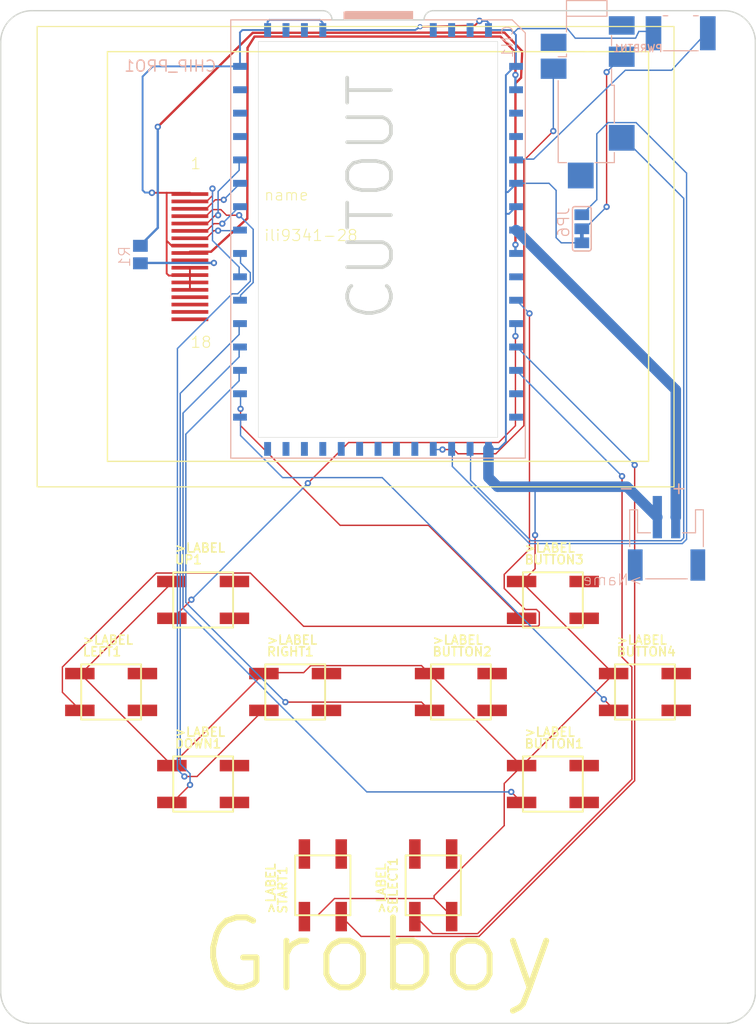
<source format=kicad_pcb>
(kicad_pcb (version 20171130) (host pcbnew "(5.1.0)-1")

  (general
    (thickness 1.6)
    (drawings 18)
    (tracks 356)
    (zones 0)
    (modules 20)
    (nets 74)
  )

  (page A4)
  (layers
    (0 Top signal)
    (31 Bottom signal)
    (32 B.Adhes user)
    (33 F.Adhes user)
    (34 B.Paste user)
    (35 F.Paste user)
    (36 B.SilkS user)
    (37 F.SilkS user)
    (38 B.Mask user)
    (39 F.Mask user)
    (40 Dwgs.User user)
    (41 Cmts.User user)
    (42 Eco1.User user)
    (43 Eco2.User user)
    (44 Edge.Cuts user)
    (45 Margin user)
    (46 B.CrtYd user)
    (47 F.CrtYd user)
    (48 B.Fab user)
    (49 F.Fab user)
  )

  (setup
    (last_trace_width 0.25)
    (trace_clearance 0.1524)
    (zone_clearance 0.508)
    (zone_45_only no)
    (trace_min 0.1524)
    (via_size 0.8)
    (via_drill 0.4)
    (via_min_size 0.4)
    (via_min_drill 0.3)
    (uvia_size 0.3)
    (uvia_drill 0.1)
    (uvias_allowed no)
    (uvia_min_size 0.2)
    (uvia_min_drill 0.1)
    (edge_width 0.05)
    (segment_width 0.2)
    (pcb_text_width 0.3)
    (pcb_text_size 1.5 1.5)
    (mod_edge_width 0.12)
    (mod_text_size 1 1)
    (mod_text_width 0.15)
    (pad_size 1.524 1.524)
    (pad_drill 0.762)
    (pad_to_mask_clearance 0.051)
    (solder_mask_min_width 0.25)
    (aux_axis_origin 0 0)
    (visible_elements FFFFFF7F)
    (pcbplotparams
      (layerselection 0x010fc_ffffffff)
      (usegerberextensions false)
      (usegerberattributes false)
      (usegerberadvancedattributes false)
      (creategerberjobfile false)
      (excludeedgelayer true)
      (linewidth 0.100000)
      (plotframeref false)
      (viasonmask false)
      (mode 1)
      (useauxorigin false)
      (hpglpennumber 1)
      (hpglpenspeed 20)
      (hpglpendiameter 15.000000)
      (psnegative false)
      (psa4output false)
      (plotreference true)
      (plotvalue true)
      (plotinvisibletext false)
      (padsonsilk false)
      (subtractmaskfromsilk false)
      (outputformat 1)
      (mirror false)
      (drillshape 1)
      (scaleselection 1)
      (outputdirectory ""))
  )

  (net 0 "")
  (net 1 GND)
  (net 2 VDD)
  (net 3 /VMIC)
  (net 4 /IPSOUT)
  (net 5 /USB1_P)
  (net 6 /USB1_N)
  (net 7 /USB0_P)
  (net 8 /USB0_N)
  (net 9 /UART2-TX)
  (net 10 /UART2-RX)
  (net 11 /UART2-RTS)
  (net 12 /UART2-CTS)
  (net 13 /UART1-TX)
  (net 14 /UART1-RX)
  (net 15 /TWI1-SDA)
  (net 16 /TWI1-SCK)
  (net 17 /PWRON)
  (net 18 /PWM1)
  (net 19 /PWM0)
  (net 20 /MICIN2)
  (net 21 /MICIN1)
  (net 22 /LRADC)
  (net 23 /I2S-MCLK)
  (net 24 /I2S-LRCK)
  (net 25 /I2S-DO)
  (net 26 /I2S-BCLK)
  (net 27 /I2S+SPDIF)
  (net 28 /HPR)
  (net 29 /HPL)
  (net 30 /HPCOM)
  (net 31 /VUSB)
  (net 32 /CSIVSYNC)
  (net 33 /CSIPCK)
  (net 34 /CSIMCLK)
  (net 35 /CSIHSYNC)
  (net 36 /CSID7)
  (net 37 /CSID6)
  (net 38 /CSID5)
  (net 39 /CSID4)
  (net 40 /CSID3)
  (net 41 /CSID2)
  (net 42 /CSID1)
  (net 43 /CSID0)
  (net 44 /CHG-IN)
  (net 45 /BAT)
  (net 46 /AGND)
  (net 47 "Net-(CN1-Pad4)")
  (net 48 "Net-(CN1-Pad1)")
  (net 49 "Net-(BUTTON3-Pad4)")
  (net 50 "Net-(BUTTON3-Pad2)")
  (net 51 "Net-(BUTTON2-Pad4)")
  (net 52 "Net-(BUTTON2-Pad2)")
  (net 53 "Net-(BUTTON1-Pad4)")
  (net 54 "Net-(BUTTON1-Pad2)")
  (net 55 "Net-(BUTTON4-Pad4)")
  (net 56 "Net-(BUTTON4-Pad2)")
  (net 57 "Net-(U$7-PadP$18)")
  (net 58 "Net-(U$7-PadP$17)")
  (net 59 "Net-(U$7-PadP$16)")
  (net 60 "Net-(U$7-PadP$15)")
  (net 61 "Net-(R1-Pad2)")
  (net 62 "Net-(UP1-Pad4)")
  (net 63 "Net-(UP1-Pad2)")
  (net 64 "Net-(LEFT1-Pad4)")
  (net 65 "Net-(LEFT1-Pad2)")
  (net 66 "Net-(DOWN1-Pad4)")
  (net 67 "Net-(DOWN1-Pad2)")
  (net 68 "Net-(RIGHT1-Pad4)")
  (net 69 "Net-(RIGHT1-Pad2)")
  (net 70 "Net-(SELECT1-Pad4)")
  (net 71 "Net-(SELECT1-Pad2)")
  (net 72 "Net-(START1-Pad4)")
  (net 73 "Net-(START1-Pad2)")

  (net_class Default "This is the default net class."
    (clearance 0.1524)
    (trace_width 0.25)
    (via_dia 0.8)
    (via_drill 0.4)
    (uvia_dia 0.3)
    (uvia_drill 0.1)
    (add_net /AGND)
    (add_net /BAT)
    (add_net /CHG-IN)
    (add_net /CSID0)
    (add_net /CSID1)
    (add_net /CSID2)
    (add_net /CSID3)
    (add_net /CSID4)
    (add_net /CSID5)
    (add_net /CSID6)
    (add_net /CSID7)
    (add_net /CSIHSYNC)
    (add_net /CSIMCLK)
    (add_net /CSIPCK)
    (add_net /CSIVSYNC)
    (add_net /HPCOM)
    (add_net /HPL)
    (add_net /HPR)
    (add_net /I2S+SPDIF)
    (add_net /I2S-BCLK)
    (add_net /I2S-DO)
    (add_net /I2S-LRCK)
    (add_net /I2S-MCLK)
    (add_net /IPSOUT)
    (add_net /LRADC)
    (add_net /MICIN1)
    (add_net /MICIN2)
    (add_net /PWM0)
    (add_net /PWM1)
    (add_net /PWRON)
    (add_net /TWI1-SCK)
    (add_net /TWI1-SDA)
    (add_net /UART1-RX)
    (add_net /UART1-TX)
    (add_net /UART2-CTS)
    (add_net /UART2-RTS)
    (add_net /UART2-RX)
    (add_net /UART2-TX)
    (add_net /USB0_N)
    (add_net /USB0_P)
    (add_net /USB1_N)
    (add_net /USB1_P)
    (add_net /VMIC)
    (add_net /VUSB)
    (add_net GND)
    (add_net "Net-(BUTTON1-Pad2)")
    (add_net "Net-(BUTTON1-Pad4)")
    (add_net "Net-(BUTTON2-Pad2)")
    (add_net "Net-(BUTTON2-Pad4)")
    (add_net "Net-(BUTTON3-Pad2)")
    (add_net "Net-(BUTTON3-Pad4)")
    (add_net "Net-(BUTTON4-Pad2)")
    (add_net "Net-(BUTTON4-Pad4)")
    (add_net "Net-(CN1-Pad1)")
    (add_net "Net-(CN1-Pad4)")
    (add_net "Net-(DOWN1-Pad2)")
    (add_net "Net-(DOWN1-Pad4)")
    (add_net "Net-(LEFT1-Pad2)")
    (add_net "Net-(LEFT1-Pad4)")
    (add_net "Net-(R1-Pad2)")
    (add_net "Net-(RIGHT1-Pad2)")
    (add_net "Net-(RIGHT1-Pad4)")
    (add_net "Net-(SELECT1-Pad2)")
    (add_net "Net-(SELECT1-Pad4)")
    (add_net "Net-(START1-Pad2)")
    (add_net "Net-(START1-Pad4)")
    (add_net "Net-(U$7-PadP$15)")
    (add_net "Net-(U$7-PadP$16)")
    (add_net "Net-(U$7-PadP$17)")
    (add_net "Net-(U$7-PadP$18)")
    (add_net "Net-(UP1-Pad2)")
    (add_net "Net-(UP1-Pad4)")
    (add_net VDD)
  )

  (module "" (layer Top) (tedit 0) (tstamp 0)
    (at 111.5011 156.003599)
    (fp_text reference @HOLE0 (at 0 0) (layer F.SilkS) hide
      (effects (font (size 1.27 1.27) (thickness 0.15)))
    )
    (fp_text value "" (at 0 0) (layer F.SilkS)
      (effects (font (size 1.27 1.27) (thickness 0.15)))
    )
    (pad "" np_thru_hole circle (at 0 0) (size 3 3) (drill 3) (layers *.Cu *.Mask))
  )

  (module "" (layer Top) (tedit 0) (tstamp 0)
    (at 185.5011 156.003599)
    (fp_text reference @HOLE1 (at 0 0) (layer F.SilkS) hide
      (effects (font (size 1.27 1.27) (thickness 0.15)))
    )
    (fp_text value "" (at 0 0) (layer F.SilkS)
      (effects (font (size 1.27 1.27) (thickness 0.15)))
    )
    (pad "" np_thru_hole circle (at 0 0) (size 3 3) (drill 3) (layers *.Cu *.Mask))
  )

  (module "" (layer Top) (tedit 0) (tstamp 0)
    (at 148.5011 108.003599)
    (fp_text reference @HOLE2 (at 0 0) (layer F.SilkS) hide
      (effects (font (size 1.27 1.27) (thickness 0.15)))
    )
    (fp_text value "" (at 0 0) (layer F.SilkS)
      (effects (font (size 1.27 1.27) (thickness 0.15)))
    )
    (pad "" np_thru_hole circle (at 0 0) (size 3 3) (drill 3) (layers *.Cu *.Mask))
  )

  (module ChipPROHandheld:JST-PH-2-SMT-RA (layer Bottom) (tedit 0) (tstamp 5CAD0C52)
    (at 179.8487 108.714799)
    (descr "2-Pin JST PH Series Right-Angle Connector (+/- for batteries)")
    (path /5CD2E139)
    (fp_text reference BAT1 (at 0 0) (layer B.SilkS) hide
      (effects (font (size 1.27 1.27) (thickness 0.15)) (justify mirror))
    )
    (fp_text value JST_2PIN-SMT-RA (at 0 0) (layer B.SilkS) hide
      (effects (font (size 1.27 1.27) (thickness 0.15)) (justify mirror))
    )
    (fp_text user - (at -3.429 -6.096) (layer B.SilkS)
      (effects (font (size 1.35128 1.35128) (thickness 0.170688)) (justify left bottom mirror))
    )
    (fp_text user + (at 2.286 -6.096) (layer B.SilkS)
      (effects (font (size 1.35128 1.35128) (thickness 0.170688)) (justify left bottom mirror))
    )
    (fp_text user >Value (at -2.54 -7.62) (layer B.Fab)
      (effects (font (size 1.2065 1.2065) (thickness 0.1016)) (justify left bottom mirror))
    )
    (fp_text user >Name (at -2.54 3.81) (layer B.SilkS)
      (effects (font (size 1.2065 1.2065) (thickness 0.1016)) (justify left bottom mirror))
    )
    (fp_line (start -4 -4.5) (end -4 -0.5) (layer B.SilkS) (width 0.127))
    (fp_line (start -3.15 -4.5) (end -4 -4.5) (layer B.SilkS) (width 0.127))
    (fp_line (start -3.15 -2) (end -3.15 -4.5) (layer B.SilkS) (width 0.127))
    (fp_line (start -1.75 -2) (end -3.15 -2) (layer B.SilkS) (width 0.127))
    (fp_line (start 3.15 -2) (end 1.75 -2) (layer B.SilkS) (width 0.127))
    (fp_line (start 3.15 -4.5) (end 3.15 -2) (layer B.SilkS) (width 0.127))
    (fp_line (start 4 -4.5) (end 3.15 -4.5) (layer B.SilkS) (width 0.127))
    (fp_line (start 4 -0.5) (end 4 -4.5) (layer B.SilkS) (width 0.127))
    (fp_line (start -2.25 3) (end 2.25 3) (layer B.SilkS) (width 0.127))
    (fp_line (start 3.2 -4.5) (end 3.2 -2) (layer B.Fab) (width 0.2032))
    (fp_line (start 4 -4.5) (end 3.2 -4.5) (layer B.Fab) (width 0.2032))
    (fp_line (start -3.2 -4.5) (end -4 -4.5) (layer B.Fab) (width 0.2032))
    (fp_line (start -3.2 -2) (end -3.2 -4.5) (layer B.Fab) (width 0.2032))
    (fp_line (start 3.2 -2) (end -3.2 -2) (layer B.Fab) (width 0.2032))
    (fp_line (start -4 -4.5) (end -4 3) (layer B.Fab) (width 0.2032))
    (fp_line (start 4 3) (end 4 -4.5) (layer B.Fab) (width 0.2032))
    (fp_line (start -4 3) (end 4 3) (layer B.Fab) (width 0.2032))
    (pad NC2 smd rect (at 3.4 1.5 270) (size 3.4 1.6) (layers Bottom B.Paste B.Mask)
      (solder_mask_margin 0.0635))
    (pad NC1 smd rect (at -3.4 1.5 270) (size 3.4 1.6) (layers Bottom B.Paste B.Mask)
      (solder_mask_margin 0.0635))
    (pad 1 smd rect (at 1 -3.7) (size 1 4.6) (layers Bottom B.Paste B.Mask)
      (net 45 /BAT) (solder_mask_margin 0.0635))
    (pad 2 smd rect (at -1 -3.7) (size 1 4.6) (layers Bottom B.Paste B.Mask)
      (net 1 GND) (solder_mask_margin 0.0635))
  )

  (module ChipPROHandheld:GR8_MODULE_V0.2 (layer Bottom) (tedit 0) (tstamp 5CAD0C6E)
    (at 148.5011 75.103599 180)
    (path /DC4D73AF)
    (fp_text reference CHIP_PRO1 (at 17.48 18.38 180) (layer B.SilkS)
      (effects (font (size 1.2065 1.2065) (thickness 0.1524)) (justify left bottom mirror))
    )
    (fp_text value CHIP_PRO_V0.2 (at 17.48 15.61 180) (layer B.Fab)
      (effects (font (size 1.2065 1.2065) (thickness 0.1524)) (justify left bottom mirror))
    )
    (fp_poly (pts (xy -3.75 25) (xy 3.75 25) (xy 3.75 24.1) (xy -3.75 24.1)) (layer B.SilkS) (width 0))
    (fp_line (start -13 -21.25) (end -13 21.75) (layer Edge.Cuts) (width 0.05))
    (fp_line (start 13 -21.25) (end -13 -21.25) (layer Edge.Cuts) (width 0.05))
    (fp_line (start 13 -21.25) (end 13 21.75) (layer Edge.Cuts) (width 0.05))
    (fp_line (start 13 21.75) (end -13 21.75) (layer Edge.Cuts) (width 0.05))
    (fp_line (start -3.75 25) (end 3.5 25) (layer B.SilkS) (width 0.127))
    (fp_line (start -3.75 24.1) (end -3.75 25) (layer B.SilkS) (width 0.127))
    (fp_line (start 3.5 24.1) (end 3.5 25) (layer B.SilkS) (width 0.127))
    (fp_line (start 16 -23.5) (end 16 24.1) (layer B.SilkS) (width 0.127))
    (fp_line (start -16 -23.5) (end 16 -23.5) (layer B.SilkS) (width 0.127))
    (fp_line (start -16 22.685787) (end -16 -23.5) (layer B.SilkS) (width 0.127))
    (fp_line (start -14.585787 24.1) (end -16 22.685787) (layer B.SilkS) (width 0.127))
    (fp_line (start -3.75 24.1) (end -14.585787 24.1) (layer B.SilkS) (width 0.127))
    (fp_line (start 3.5 24.1) (end -3.75 24.1) (layer B.SilkS) (width 0.127))
    (fp_line (start 16 24.1) (end 3.5 24.1) (layer B.SilkS) (width 0.127))
    (fp_line (start -15 -22.5) (end 15 -22.5) (layer Cmts.User) (width 0.1))
    (fp_line (start -15 22.5) (end -15 -22.5) (layer Cmts.User) (width 0.1))
    (fp_line (start -15 22.5) (end 15 22.5) (layer Cmts.User) (width 0.1))
    (fp_line (start 15 22.5) (end 15 -22.5) (layer Cmts.User) (width 0.1))
    (pad VMIC smd rect (at 12 -22.5 90) (size 1.5 0.75) (layers Bottom B.Paste B.Mask)
      (net 3 /VMIC) (solder_mask_margin 0.0635))
    (pad VCC3V3 smd rect (at -15 16.51) (size 1.5 0.75) (layers Bottom B.Paste B.Mask)
      (net 2 VDD) (solder_mask_margin 0.0635))
    (pad IPSOUT smd rect (at -15 13.97) (size 1.5 0.75) (layers Bottom B.Paste B.Mask)
      (net 4 /IPSOUT) (solder_mask_margin 0.0635))
    (pad USB1_P smd rect (at 10 23 90) (size 1.5 0.75) (layers Bottom B.Paste B.Mask)
      (net 5 /USB1_P) (solder_mask_margin 0.0635))
    (pad USB1_N smd rect (at 8 23 90) (size 1.5 0.75) (layers Bottom B.Paste B.Mask)
      (net 6 /USB1_N) (solder_mask_margin 0.0635))
    (pad USB0_P smd rect (at -8 23 90) (size 1.5 0.75) (layers Bottom B.Paste B.Mask)
      (net 7 /USB0_P) (solder_mask_margin 0.0635))
    (pad USB0_N smd rect (at -10 23 90) (size 1.5 0.75) (layers Bottom B.Paste B.Mask)
      (net 8 /USB0_N) (solder_mask_margin 0.0635))
    (pad UART2-TX smd rect (at -15 -11.43) (size 1.5 0.75) (layers Bottom B.Paste B.Mask)
      (net 9 /UART2-TX) (solder_mask_margin 0.0635))
    (pad UART2-RX smd rect (at -15 -13.97) (size 1.5 0.75) (layers Bottom B.Paste B.Mask)
      (net 10 /UART2-RX) (solder_mask_margin 0.0635))
    (pad UART2-RTS smd rect (at -15 -19.05) (size 1.5 0.75) (layers Bottom B.Paste B.Mask)
      (net 11 /UART2-RTS) (solder_mask_margin 0.0635))
    (pad UART2-CTS smd rect (at -15 -16.51) (size 1.5 0.75) (layers Bottom B.Paste B.Mask)
      (net 12 /UART2-CTS) (solder_mask_margin 0.0635))
    (pad UART1-TX smd rect (at 15 16.51) (size 1.5 0.75) (layers Bottom B.Paste B.Mask)
      (net 13 /UART1-TX) (solder_mask_margin 0.0635))
    (pad UART1-RX smd rect (at 15 13.97) (size 1.5 0.75) (layers Bottom B.Paste B.Mask)
      (net 14 /UART1-RX) (solder_mask_margin 0.0635))
    (pad TWI1-SDA smd rect (at -15 -6.35) (size 1.5 0.75) (layers Bottom B.Paste B.Mask)
      (net 15 /TWI1-SDA) (solder_mask_margin 0.0635))
    (pad TWI1-SCK smd rect (at -15 -8.89) (size 1.5 0.75) (layers Bottom B.Paste B.Mask)
      (net 16 /TWI1-SCK) (solder_mask_margin 0.0635))
    (pad TS smd rect (at -15 3.81) (size 1.5 0.75) (layers Bottom B.Paste B.Mask)
      (net 1 GND) (solder_mask_margin 0.0635))
    (pad PWRON smd rect (at -15 8.89) (size 1.5 0.75) (layers Bottom B.Paste B.Mask)
      (net 17 /PWRON) (solder_mask_margin 0.0635))
    (pad PWM1 smd rect (at -15 -3.81) (size 1.5 0.75) (layers Bottom B.Paste B.Mask)
      (net 18 /PWM1) (solder_mask_margin 0.0635))
    (pad PWM0 smd rect (at -15 -1.27) (size 1.5 0.75) (layers Bottom B.Paste B.Mask)
      (net 19 /PWM0) (solder_mask_margin 0.0635))
    (pad MICIN2 smd rect (at 10 -22.5 90) (size 1.5 0.75) (layers Bottom B.Paste B.Mask)
      (net 20 /MICIN2) (solder_mask_margin 0.0635))
    (pad MICIN1 smd rect (at 8 -22.5 90) (size 1.5 0.75) (layers Bottom B.Paste B.Mask)
      (net 21 /MICIN1) (solder_mask_margin 0.0635))
    (pad LRADC smd rect (at 15 11.43) (size 1.5 0.75) (layers Bottom B.Paste B.Mask)
      (net 22 /LRADC) (solder_mask_margin 0.0635))
    (pad I2S-MCLK smd rect (at -4 -22.5 90) (size 1.5 0.75) (layers Bottom B.Paste B.Mask)
      (net 23 /I2S-MCLK) (solder_mask_margin 0.0635))
    (pad I2S-LRCK smd rect (at 0 -22.5 90) (size 1.5 0.75) (layers Bottom B.Paste B.Mask)
      (net 24 /I2S-LRCK) (solder_mask_margin 0.0635))
    (pad I2S-DO smd rect (at 2 -22.5 90) (size 1.5 0.75) (layers Bottom B.Paste B.Mask)
      (net 25 /I2S-DO) (solder_mask_margin 0.0635))
    (pad I2S-BCLK smd rect (at -2 -22.5 90) (size 1.5 0.75) (layers Bottom B.Paste B.Mask)
      (net 26 /I2S-BCLK) (solder_mask_margin 0.0635))
    (pad I2S+SPDIF smd rect (at 4 -22.5 90) (size 1.5 0.75) (layers Bottom B.Paste B.Mask)
      (net 27 /I2S+SPDIF) (solder_mask_margin 0.0635))
    (pad HPR smd rect (at -6 -22.5 90) (size 1.5 0.75) (layers Bottom B.Paste B.Mask)
      (net 28 /HPR) (solder_mask_margin 0.0635))
    (pad HPL smd rect (at -10 -22.5 90) (size 1.5 0.75) (layers Bottom B.Paste B.Mask)
      (net 29 /HPL) (solder_mask_margin 0.0635))
    (pad HPCOM smd rect (at -8 -22.5 90) (size 1.5 0.75) (layers Bottom B.Paste B.Mask)
      (net 30 /HPCOM) (solder_mask_margin 0.0635))
    (pad GND@7 smd rect (at 12 23 90) (size 1.5 0.75) (layers Bottom B.Paste B.Mask)
      (net 1 GND) (solder_mask_margin 0.0635))
    (pad GND@6 smd rect (at 6 23 90) (size 1.5 0.75) (layers Bottom B.Paste B.Mask)
      (net 1 GND) (solder_mask_margin 0.0635))
    (pad VBUS smd rect (at -6 23 90) (size 1.5 0.75) (layers Bottom B.Paste B.Mask)
      (net 31 /VUSB) (solder_mask_margin 0.0635))
    (pad GND@4 smd rect (at -12 23 90) (size 1.5 0.75) (layers Bottom B.Paste B.Mask)
      (net 1 GND) (solder_mask_margin 0.0635))
    (pad GND@3 smd rect (at -15 19.05) (size 1.5 0.75) (layers Bottom B.Paste B.Mask)
      (net 1 GND) (solder_mask_margin 0.0635))
    (pad GND@2 smd rect (at -15 6.35) (size 1.5 0.75) (layers Bottom B.Paste B.Mask)
      (net 1 GND) (solder_mask_margin 0.0635))
    (pad GND@1 smd rect (at -12 -22.5 90) (size 1.5 0.75) (layers Bottom B.Paste B.Mask)
      (net 1 GND) (solder_mask_margin 0.0635))
    (pad GND@0 smd rect (at 15 19.05) (size 1.5 0.75) (layers Bottom B.Paste B.Mask)
      (net 1 GND) (solder_mask_margin 0.0635))
    (pad CSIVSYNC smd rect (at 15 1.27) (size 1.5 0.75) (layers Bottom B.Paste B.Mask)
      (net 32 /CSIVSYNC) (solder_mask_margin 0.0635))
    (pad CSIPCK smd rect (at 15 8.89) (size 1.5 0.75) (layers Bottom B.Paste B.Mask)
      (net 33 /CSIPCK) (solder_mask_margin 0.0635))
    (pad CSIMCLK smd rect (at 15 6.35) (size 1.5 0.75) (layers Bottom B.Paste B.Mask)
      (net 34 /CSIMCLK) (solder_mask_margin 0.0635))
    (pad CSIHSYNC smd rect (at 15 3.81) (size 1.5 0.75) (layers Bottom B.Paste B.Mask)
      (net 35 /CSIHSYNC) (solder_mask_margin 0.0635))
    (pad CSID7 smd rect (at 15 -19.05) (size 1.5 0.75) (layers Bottom B.Paste B.Mask)
      (net 36 /CSID7) (solder_mask_margin 0.0635))
    (pad CSID6 smd rect (at 15 -16.51) (size 1.5 0.75) (layers Bottom B.Paste B.Mask)
      (net 37 /CSID6) (solder_mask_margin 0.0635))
    (pad CSID5 smd rect (at 15 -13.97) (size 1.5 0.75) (layers Bottom B.Paste B.Mask)
      (net 38 /CSID5) (solder_mask_margin 0.0635))
    (pad CSID4 smd rect (at 15 -11.43) (size 1.5 0.75) (layers Bottom B.Paste B.Mask)
      (net 39 /CSID4) (solder_mask_margin 0.0635))
    (pad CSID3 smd rect (at 15 -8.89) (size 1.5 0.75) (layers Bottom B.Paste B.Mask)
      (net 40 /CSID3) (solder_mask_margin 0.0635))
    (pad CSID2 smd rect (at 15 -6.35) (size 1.5 0.75) (layers Bottom B.Paste B.Mask)
      (net 41 /CSID2) (solder_mask_margin 0.0635))
    (pad CSID1 smd rect (at 15 -3.81) (size 1.5 0.75) (layers Bottom B.Paste B.Mask)
      (net 42 /CSID1) (solder_mask_margin 0.0635))
    (pad CSID0 smd rect (at 15 -1.27) (size 1.5 0.75) (layers Bottom B.Paste B.Mask)
      (net 43 /CSID0) (solder_mask_margin 0.0635))
    (pad CHG-IN smd rect (at -15 11.43) (size 1.5 0.75) (layers Bottom B.Paste B.Mask)
      (net 44 /CHG-IN) (solder_mask_margin 0.0635))
    (pad BAT smd rect (at -15 1.27) (size 1.5 0.75) (layers Bottom B.Paste B.Mask)
      (net 45 /BAT) (solder_mask_margin 0.0635))
    (pad AGND smd rect (at 6 -22.5 90) (size 1.5 0.75) (layers Bottom B.Paste B.Mask)
      (net 46 /AGND) (solder_mask_margin 0.0635))
  )

  (module ChipPROHandheld:SJ-43514-SMT-TR (layer Bottom) (tedit 0) (tstamp 5CAD0CB9)
    (at 171.2765 55.507599 270)
    (path /496D2C97)
    (fp_text reference CN1 (at -4 8 270) (layer B.SilkS)
      (effects (font (size 1.2065 1.2065) (thickness 0.1016)) (justify left bottom mirror))
    )
    (fp_text value SJ-43514-SMT-TR (at -4 6 270) (layer B.Fab)
      (effects (font (size 1.2065 1.2065) (thickness 0.1016)) (justify left bottom mirror))
    )
    (fp_line (start -6.6 -2.1) (end -4.9 -2.1) (layer B.SilkS) (width 0.127))
    (fp_line (start -6.6 2.3) (end -6.6 -2.1) (layer B.SilkS) (width 0.127))
    (fp_line (start -4.9 2.3) (end -6.6 2.3) (layer B.SilkS) (width 0.127))
    (fp_line (start -0.5 2.3) (end -0.8 2.3) (layer B.SilkS) (width 0.127))
    (fp_line (start -0.5 3.2) (end -0.5 2.3) (layer B.SilkS) (width 0.127))
    (fp_line (start 11 3.2) (end 2.1 3.2) (layer B.SilkS) (width 0.127))
    (fp_line (start 11 2.3) (end 11 3.2) (layer B.SilkS) (width 0.127))
    (fp_line (start 11 -2.9) (end 11 -0.8) (layer B.SilkS) (width 0.127))
    (fp_line (start 9.9 -2.9) (end 11 -2.9) (layer B.SilkS) (width 0.127))
    (fp_line (start 2.6 -2.9) (end 6.7 -2.9) (layer B.SilkS) (width 0.127))
    (fp_line (start 2.6 -2.6) (end 2.6 -2.9) (layer B.SilkS) (width 0.127))
    (fp_line (start 0.8 -2.6) (end 2.6 -2.6) (layer B.SilkS) (width 0.127))
    (fp_line (start -2.8 -2.6) (end -1.7 -2.6) (layer B.SilkS) (width 0.127))
    (fp_line (start -4.9 2.3) (end -3.2 2.3) (layer B.SilkS) (width 0.127))
    (fp_line (start -4.9 -2.1) (end -4.9 2.3) (layer B.SilkS) (width 0.127))
    (pad 5 smd rect (at 12.4 0.75 270) (size 2.8 2.8) (layers Bottom B.Paste B.Mask)
      (solder_mask_margin 0.0635))
    (pad 2 smd rect (at 8.3 -3.7 270) (size 2.8 2.8) (layers Bottom B.Paste B.Mask)
      (net 29 /HPL) (solder_mask_margin 0.0635))
    (pad 4 smd rect (at -0.5 -3.7 270) (size 2.2 2.8) (layers Bottom B.Paste B.Mask)
      (net 47 "Net-(CN1-Pad4)") (solder_mask_margin 0.0635))
    (pad 1 smd rect (at -3.9 -3.7 270) (size 2 2.8) (layers Bottom B.Paste B.Mask)
      (net 48 "Net-(CN1-Pad1)") (solder_mask_margin 0.0635))
    (pad 3 smd rect (at 0.8 3.7 270) (size 2.2 2.8) (layers Bottom B.Paste B.Mask)
      (net 28 /HPR) (solder_mask_margin 0.0635))
    (pad 6 smd rect (at -2 3.7 270) (size 2 2.8) (layers Bottom B.Paste B.Mask)
      (solder_mask_margin 0.0635))
    (pad "" np_thru_hole circle (at 7 0 270) (size 1.7 1.7) (drill 1.7) (layers *.Cu *.Mask))
    (pad "" np_thru_hole circle (at 0 0 270) (size 1.7 1.7) (drill 1.7) (layers *.Cu *.Mask))
  )

  (module ChipPROHandheld:EVQP0_Q2 (layer Top) (tedit 0) (tstamp 5CAD0CD3)
    (at 129.5011 114.003599)
    (descr "Tact Switch")
    (path /37E6A69E)
    (fp_text reference UP1 (at -3.175 -3.81) (layer F.SilkS)
      (effects (font (size 0.9652 0.9652) (thickness 0.18288)) (justify left bottom))
    )
    (fp_text value EVQP0_Q2 (at -3.175 4.445) (layer F.Fab)
      (effects (font (size 0.77216 0.77216) (thickness 0.08128)) (justify left bottom))
    )
    (fp_text user >LABEL (at -3.175 -5.08) (layer F.SilkS)
      (effects (font (size 0.9652 0.9652) (thickness 0.18288)) (justify left bottom))
    )
    (fp_circle (center 0 0) (end 1.3453 0) (layer F.Fab) (width 0.0508))
    (fp_circle (center 0 0) (end 1.796 0) (layer F.Fab) (width 0.2032))
    (fp_line (start 3.25 -3) (end 3.25 3) (layer F.SilkS) (width 0.2032))
    (fp_line (start -3.25 -3) (end 3.25 -3) (layer F.SilkS) (width 0.2032))
    (fp_line (start -3.25 3) (end -3.25 -3) (layer F.SilkS) (width 0.2032))
    (fp_line (start 3.25 3) (end -3.25 3) (layer F.SilkS) (width 0.2032))
    (pad 4 smd rect (at 3.4 2 180) (size 3.2 1.25) (layers Top F.Paste F.Mask)
      (net 62 "Net-(UP1-Pad4)") (solder_mask_margin 0.0635))
    (pad 1 smd rect (at -3.4 -2 180) (size 3.2 1.25) (layers Top F.Paste F.Mask)
      (net 1 GND) (solder_mask_margin 0.0635))
    (pad 2 smd rect (at 3.4 -2) (size 3.2 1.25) (layers Top F.Paste F.Mask)
      (net 63 "Net-(UP1-Pad2)") (solder_mask_margin 0.0635))
    (pad 3 smd rect (at -3.4 2) (size 3.2 1.25) (layers Top F.Paste F.Mask)
      (net 16 /TWI1-SCK) (solder_mask_margin 0.0635))
  )

  (module ChipPROHandheld:EVQP0_Q2 (layer Top) (tedit 0) (tstamp 5CAD0CE1)
    (at 119.5011 124.003599)
    (descr "Tact Switch")
    (path /9090CA12)
    (fp_text reference LEFT1 (at -3.175 -3.81) (layer F.SilkS)
      (effects (font (size 0.9652 0.9652) (thickness 0.18288)) (justify left bottom))
    )
    (fp_text value EVQP0_Q2 (at -3.175 4.445) (layer F.Fab)
      (effects (font (size 0.77216 0.77216) (thickness 0.08128)) (justify left bottom))
    )
    (fp_text user >LABEL (at -3.175 -5.08) (layer F.SilkS)
      (effects (font (size 0.9652 0.9652) (thickness 0.18288)) (justify left bottom))
    )
    (fp_circle (center 0 0) (end 1.3453 0) (layer F.Fab) (width 0.0508))
    (fp_circle (center 0 0) (end 1.796 0) (layer F.Fab) (width 0.2032))
    (fp_line (start 3.25 -3) (end 3.25 3) (layer F.SilkS) (width 0.2032))
    (fp_line (start -3.25 -3) (end 3.25 -3) (layer F.SilkS) (width 0.2032))
    (fp_line (start -3.25 3) (end -3.25 -3) (layer F.SilkS) (width 0.2032))
    (fp_line (start 3.25 3) (end -3.25 3) (layer F.SilkS) (width 0.2032))
    (pad 4 smd rect (at 3.4 2 180) (size 3.2 1.25) (layers Top F.Paste F.Mask)
      (net 64 "Net-(LEFT1-Pad4)") (solder_mask_margin 0.0635))
    (pad 1 smd rect (at -3.4 -2 180) (size 3.2 1.25) (layers Top F.Paste F.Mask)
      (net 1 GND) (solder_mask_margin 0.0635))
    (pad 2 smd rect (at 3.4 -2) (size 3.2 1.25) (layers Top F.Paste F.Mask)
      (net 65 "Net-(LEFT1-Pad2)") (solder_mask_margin 0.0635))
    (pad 3 smd rect (at -3.4 2) (size 3.2 1.25) (layers Top F.Paste F.Mask)
      (net 15 /TWI1-SDA) (solder_mask_margin 0.0635))
  )

  (module ChipPROHandheld:EVQP0_Q2 (layer Top) (tedit 0) (tstamp 5CAD0CEF)
    (at 129.5011 134.003599)
    (descr "Tact Switch")
    (path /EF189159)
    (fp_text reference DOWN1 (at -3.175 -3.81) (layer F.SilkS)
      (effects (font (size 0.9652 0.9652) (thickness 0.18288)) (justify left bottom))
    )
    (fp_text value EVQP0_Q2 (at -3.175 4.445) (layer F.Fab)
      (effects (font (size 0.77216 0.77216) (thickness 0.08128)) (justify left bottom))
    )
    (fp_text user >LABEL (at -3.175 -5.08) (layer F.SilkS)
      (effects (font (size 0.9652 0.9652) (thickness 0.18288)) (justify left bottom))
    )
    (fp_circle (center 0 0) (end 1.3453 0) (layer F.Fab) (width 0.0508))
    (fp_circle (center 0 0) (end 1.796 0) (layer F.Fab) (width 0.2032))
    (fp_line (start 3.25 -3) (end 3.25 3) (layer F.SilkS) (width 0.2032))
    (fp_line (start -3.25 -3) (end 3.25 -3) (layer F.SilkS) (width 0.2032))
    (fp_line (start -3.25 3) (end -3.25 -3) (layer F.SilkS) (width 0.2032))
    (fp_line (start 3.25 3) (end -3.25 3) (layer F.SilkS) (width 0.2032))
    (pad 4 smd rect (at 3.4 2 180) (size 3.2 1.25) (layers Top F.Paste F.Mask)
      (net 66 "Net-(DOWN1-Pad4)") (solder_mask_margin 0.0635))
    (pad 1 smd rect (at -3.4 -2 180) (size 3.2 1.25) (layers Top F.Paste F.Mask)
      (net 1 GND) (solder_mask_margin 0.0635))
    (pad 2 smd rect (at 3.4 -2) (size 3.2 1.25) (layers Top F.Paste F.Mask)
      (net 67 "Net-(DOWN1-Pad2)") (solder_mask_margin 0.0635))
    (pad 3 smd rect (at -3.4 2) (size 3.2 1.25) (layers Top F.Paste F.Mask)
      (net 40 /CSID3) (solder_mask_margin 0.0635))
  )

  (module ChipPROHandheld:EVQP0_Q2 (layer Top) (tedit 0) (tstamp 5CAD0CFD)
    (at 139.5011 124.003599)
    (descr "Tact Switch")
    (path /DBB8868D)
    (fp_text reference RIGHT1 (at -3.175 -3.81) (layer F.SilkS)
      (effects (font (size 0.9652 0.9652) (thickness 0.18288)) (justify left bottom))
    )
    (fp_text value EVQP0_Q2 (at -3.175 4.445) (layer F.Fab)
      (effects (font (size 0.77216 0.77216) (thickness 0.08128)) (justify left bottom))
    )
    (fp_text user >LABEL (at -3.175 -5.08) (layer F.SilkS)
      (effects (font (size 0.9652 0.9652) (thickness 0.18288)) (justify left bottom))
    )
    (fp_circle (center 0 0) (end 1.3453 0) (layer F.Fab) (width 0.0508))
    (fp_circle (center 0 0) (end 1.796 0) (layer F.Fab) (width 0.2032))
    (fp_line (start 3.25 -3) (end 3.25 3) (layer F.SilkS) (width 0.2032))
    (fp_line (start -3.25 -3) (end 3.25 -3) (layer F.SilkS) (width 0.2032))
    (fp_line (start -3.25 3) (end -3.25 -3) (layer F.SilkS) (width 0.2032))
    (fp_line (start 3.25 3) (end -3.25 3) (layer F.SilkS) (width 0.2032))
    (pad 4 smd rect (at 3.4 2 180) (size 3.2 1.25) (layers Top F.Paste F.Mask)
      (net 68 "Net-(RIGHT1-Pad4)") (solder_mask_margin 0.0635))
    (pad 1 smd rect (at -3.4 -2 180) (size 3.2 1.25) (layers Top F.Paste F.Mask)
      (net 1 GND) (solder_mask_margin 0.0635))
    (pad 2 smd rect (at 3.4 -2) (size 3.2 1.25) (layers Top F.Paste F.Mask)
      (net 69 "Net-(RIGHT1-Pad2)") (solder_mask_margin 0.0635))
    (pad 3 smd rect (at -3.4 2) (size 3.2 1.25) (layers Top F.Paste F.Mask)
      (net 43 /CSID0) (solder_mask_margin 0.0635))
  )

  (module ChipPROHandheld:EVQP0_Q2 (layer Top) (tedit 0) (tstamp 5CAD0D0B)
    (at 167.5011 114.003599)
    (descr "Tact Switch")
    (path /77976CE0)
    (fp_text reference BUTTON3 (at -3.175 -3.81) (layer F.SilkS)
      (effects (font (size 0.9652 0.9652) (thickness 0.18288)) (justify left bottom))
    )
    (fp_text value EVQP0_Q2 (at -3.175 4.445) (layer F.Fab)
      (effects (font (size 0.77216 0.77216) (thickness 0.08128)) (justify left bottom))
    )
    (fp_text user >LABEL (at -3.175 -5.08) (layer F.SilkS)
      (effects (font (size 0.9652 0.9652) (thickness 0.18288)) (justify left bottom))
    )
    (fp_circle (center 0 0) (end 1.3453 0) (layer F.Fab) (width 0.0508))
    (fp_circle (center 0 0) (end 1.796 0) (layer F.Fab) (width 0.2032))
    (fp_line (start 3.25 -3) (end 3.25 3) (layer F.SilkS) (width 0.2032))
    (fp_line (start -3.25 -3) (end 3.25 -3) (layer F.SilkS) (width 0.2032))
    (fp_line (start -3.25 3) (end -3.25 -3) (layer F.SilkS) (width 0.2032))
    (fp_line (start 3.25 3) (end -3.25 3) (layer F.SilkS) (width 0.2032))
    (pad 4 smd rect (at 3.4 2 180) (size 3.2 1.25) (layers Top F.Paste F.Mask)
      (net 49 "Net-(BUTTON3-Pad4)") (solder_mask_margin 0.0635))
    (pad 1 smd rect (at -3.4 -2 180) (size 3.2 1.25) (layers Top F.Paste F.Mask)
      (net 1 GND) (solder_mask_margin 0.0635))
    (pad 2 smd rect (at 3.4 -2) (size 3.2 1.25) (layers Top F.Paste F.Mask)
      (net 50 "Net-(BUTTON3-Pad2)") (solder_mask_margin 0.0635))
    (pad 3 smd rect (at -3.4 2) (size 3.2 1.25) (layers Top F.Paste F.Mask)
      (net 37 /CSID6) (solder_mask_margin 0.0635))
  )

  (module ChipPROHandheld:EVQP0_Q2 (layer Top) (tedit 0) (tstamp 5CAD0D19)
    (at 157.5011 124.003599)
    (descr "Tact Switch")
    (path /7C0599B5)
    (fp_text reference BUTTON2 (at -3.175 -3.81) (layer F.SilkS)
      (effects (font (size 0.9652 0.9652) (thickness 0.18288)) (justify left bottom))
    )
    (fp_text value EVQP0_Q2 (at -3.175 4.445) (layer F.Fab)
      (effects (font (size 0.77216 0.77216) (thickness 0.08128)) (justify left bottom))
    )
    (fp_text user >LABEL (at -3.175 -5.08) (layer F.SilkS)
      (effects (font (size 0.9652 0.9652) (thickness 0.18288)) (justify left bottom))
    )
    (fp_circle (center 0 0) (end 1.3453 0) (layer F.Fab) (width 0.0508))
    (fp_circle (center 0 0) (end 1.796 0) (layer F.Fab) (width 0.2032))
    (fp_line (start 3.25 -3) (end 3.25 3) (layer F.SilkS) (width 0.2032))
    (fp_line (start -3.25 -3) (end 3.25 -3) (layer F.SilkS) (width 0.2032))
    (fp_line (start -3.25 3) (end -3.25 -3) (layer F.SilkS) (width 0.2032))
    (fp_line (start 3.25 3) (end -3.25 3) (layer F.SilkS) (width 0.2032))
    (pad 4 smd rect (at 3.4 2 180) (size 3.2 1.25) (layers Top F.Paste F.Mask)
      (net 51 "Net-(BUTTON2-Pad4)") (solder_mask_margin 0.0635))
    (pad 1 smd rect (at -3.4 -2 180) (size 3.2 1.25) (layers Top F.Paste F.Mask)
      (net 1 GND) (solder_mask_margin 0.0635))
    (pad 2 smd rect (at 3.4 -2) (size 3.2 1.25) (layers Top F.Paste F.Mask)
      (net 52 "Net-(BUTTON2-Pad2)") (solder_mask_margin 0.0635))
    (pad 3 smd rect (at -3.4 2) (size 3.2 1.25) (layers Top F.Paste F.Mask)
      (net 38 /CSID5) (solder_mask_margin 0.0635))
  )

  (module ChipPROHandheld:EVQP0_Q2 (layer Top) (tedit 0) (tstamp 5CAD0D27)
    (at 167.5011 134.003599)
    (descr "Tact Switch")
    (path /78D00BD4)
    (fp_text reference BUTTON1 (at -3.175 -3.81) (layer F.SilkS)
      (effects (font (size 0.9652 0.9652) (thickness 0.18288)) (justify left bottom))
    )
    (fp_text value EVQP0_Q2 (at -3.175 4.445) (layer F.Fab)
      (effects (font (size 0.77216 0.77216) (thickness 0.08128)) (justify left bottom))
    )
    (fp_text user >LABEL (at -3.175 -5.08) (layer F.SilkS)
      (effects (font (size 0.9652 0.9652) (thickness 0.18288)) (justify left bottom))
    )
    (fp_circle (center 0 0) (end 1.3453 0) (layer F.Fab) (width 0.0508))
    (fp_circle (center 0 0) (end 1.796 0) (layer F.Fab) (width 0.2032))
    (fp_line (start 3.25 -3) (end 3.25 3) (layer F.SilkS) (width 0.2032))
    (fp_line (start -3.25 -3) (end 3.25 -3) (layer F.SilkS) (width 0.2032))
    (fp_line (start -3.25 3) (end -3.25 -3) (layer F.SilkS) (width 0.2032))
    (fp_line (start 3.25 3) (end -3.25 3) (layer F.SilkS) (width 0.2032))
    (pad 4 smd rect (at 3.4 2 180) (size 3.2 1.25) (layers Top F.Paste F.Mask)
      (net 53 "Net-(BUTTON1-Pad4)") (solder_mask_margin 0.0635))
    (pad 1 smd rect (at -3.4 -2 180) (size 3.2 1.25) (layers Top F.Paste F.Mask)
      (net 1 GND) (solder_mask_margin 0.0635))
    (pad 2 smd rect (at 3.4 -2) (size 3.2 1.25) (layers Top F.Paste F.Mask)
      (net 54 "Net-(BUTTON1-Pad2)") (solder_mask_margin 0.0635))
    (pad 3 smd rect (at -3.4 2) (size 3.2 1.25) (layers Top F.Paste F.Mask)
      (net 39 /CSID4) (solder_mask_margin 0.0635))
  )

  (module ChipPROHandheld:EVQP0_Q2 (layer Top) (tedit 0) (tstamp 5CAD0D35)
    (at 177.5011 124.003599)
    (descr "Tact Switch")
    (path /3FBAC398)
    (fp_text reference BUTTON4 (at -3.175 -3.81) (layer F.SilkS)
      (effects (font (size 0.9652 0.9652) (thickness 0.18288)) (justify left bottom))
    )
    (fp_text value EVQP0_Q2 (at -3.175 4.445) (layer F.Fab)
      (effects (font (size 0.77216 0.77216) (thickness 0.08128)) (justify left bottom))
    )
    (fp_text user >LABEL (at -3.175 -5.08) (layer F.SilkS)
      (effects (font (size 0.9652 0.9652) (thickness 0.18288)) (justify left bottom))
    )
    (fp_circle (center 0 0) (end 1.3453 0) (layer F.Fab) (width 0.0508))
    (fp_circle (center 0 0) (end 1.796 0) (layer F.Fab) (width 0.2032))
    (fp_line (start 3.25 -3) (end 3.25 3) (layer F.SilkS) (width 0.2032))
    (fp_line (start -3.25 -3) (end 3.25 -3) (layer F.SilkS) (width 0.2032))
    (fp_line (start -3.25 3) (end -3.25 -3) (layer F.SilkS) (width 0.2032))
    (fp_line (start 3.25 3) (end -3.25 3) (layer F.SilkS) (width 0.2032))
    (pad 4 smd rect (at 3.4 2 180) (size 3.2 1.25) (layers Top F.Paste F.Mask)
      (net 55 "Net-(BUTTON4-Pad4)") (solder_mask_margin 0.0635))
    (pad 1 smd rect (at -3.4 -2 180) (size 3.2 1.25) (layers Top F.Paste F.Mask)
      (net 1 GND) (solder_mask_margin 0.0635))
    (pad 2 smd rect (at 3.4 -2) (size 3.2 1.25) (layers Top F.Paste F.Mask)
      (net 56 "Net-(BUTTON4-Pad2)") (solder_mask_margin 0.0635))
    (pad 3 smd rect (at -3.4 2) (size 3.2 1.25) (layers Top F.Paste F.Mask)
      (net 36 /CSID7) (solder_mask_margin 0.0635))
  )

  (module ChipPROHandheld:EVQP0_Q2 (layer Top) (tedit 0) (tstamp 5CAD0D43)
    (at 154.5011 145.003599 90)
    (descr "Tact Switch")
    (path /FC06BFCF)
    (fp_text reference SELECT1 (at -3.175 -3.81 90) (layer F.SilkS)
      (effects (font (size 0.9652 0.9652) (thickness 0.18288)) (justify left bottom))
    )
    (fp_text value EVQP0_Q2 (at -3.175 4.445 90) (layer F.Fab)
      (effects (font (size 0.77216 0.77216) (thickness 0.08128)) (justify left bottom))
    )
    (fp_text user >LABEL (at -3.175 -5.08 90) (layer F.SilkS)
      (effects (font (size 0.9652 0.9652) (thickness 0.18288)) (justify left bottom))
    )
    (fp_circle (center 0 0) (end 1.3453 0) (layer F.Fab) (width 0.0508))
    (fp_circle (center 0 0) (end 1.796 0) (layer F.Fab) (width 0.2032))
    (fp_line (start 3.25 -3) (end 3.25 3) (layer F.SilkS) (width 0.2032))
    (fp_line (start -3.25 -3) (end 3.25 -3) (layer F.SilkS) (width 0.2032))
    (fp_line (start -3.25 3) (end -3.25 -3) (layer F.SilkS) (width 0.2032))
    (fp_line (start 3.25 3) (end -3.25 3) (layer F.SilkS) (width 0.2032))
    (pad 4 smd rect (at 3.4 2 270) (size 3.2 1.25) (layers Top F.Paste F.Mask)
      (net 70 "Net-(SELECT1-Pad4)") (solder_mask_margin 0.0635))
    (pad 1 smd rect (at -3.4 -2 270) (size 3.2 1.25) (layers Top F.Paste F.Mask)
      (net 10 /UART2-RX) (solder_mask_margin 0.0635))
    (pad 2 smd rect (at 3.4 -2 90) (size 3.2 1.25) (layers Top F.Paste F.Mask)
      (net 71 "Net-(SELECT1-Pad2)") (solder_mask_margin 0.0635))
    (pad 3 smd rect (at -3.4 2 90) (size 3.2 1.25) (layers Top F.Paste F.Mask)
      (net 1 GND) (solder_mask_margin 0.0635))
  )

  (module ChipPROHandheld:EVQP0_Q2 (layer Top) (tedit 0) (tstamp 5CAD0D51)
    (at 142.5011 145.003599 90)
    (descr "Tact Switch")
    (path /088F0E4D)
    (fp_text reference START1 (at -3.175 -3.81 90) (layer F.SilkS)
      (effects (font (size 0.9652 0.9652) (thickness 0.18288)) (justify left bottom))
    )
    (fp_text value EVQP0_Q2 (at -3.175 4.445 90) (layer F.Fab)
      (effects (font (size 0.77216 0.77216) (thickness 0.08128)) (justify left bottom))
    )
    (fp_text user >LABEL (at -3.175 -5.08 90) (layer F.SilkS)
      (effects (font (size 0.9652 0.9652) (thickness 0.18288)) (justify left bottom))
    )
    (fp_circle (center 0 0) (end 1.3453 0) (layer F.Fab) (width 0.0508))
    (fp_circle (center 0 0) (end 1.796 0) (layer F.Fab) (width 0.2032))
    (fp_line (start 3.25 -3) (end 3.25 3) (layer F.SilkS) (width 0.2032))
    (fp_line (start -3.25 -3) (end 3.25 -3) (layer F.SilkS) (width 0.2032))
    (fp_line (start -3.25 3) (end -3.25 -3) (layer F.SilkS) (width 0.2032))
    (fp_line (start 3.25 3) (end -3.25 3) (layer F.SilkS) (width 0.2032))
    (pad 4 smd rect (at 3.4 2 270) (size 3.2 1.25) (layers Top F.Paste F.Mask)
      (net 72 "Net-(START1-Pad4)") (solder_mask_margin 0.0635))
    (pad 1 smd rect (at -3.4 -2 270) (size 3.2 1.25) (layers Top F.Paste F.Mask)
      (net 1 GND) (solder_mask_margin 0.0635))
    (pad 2 smd rect (at 3.4 -2 90) (size 3.2 1.25) (layers Top F.Paste F.Mask)
      (net 73 "Net-(START1-Pad2)") (solder_mask_margin 0.0635))
    (pad 3 smd rect (at -3.4 2 90) (size 3.2 1.25) (layers Top F.Paste F.Mask)
      (net 9 /UART2-TX) (solder_mask_margin 0.0635))
  )

  (module ChipPROHandheld:BTN_CK_KSS (layer Bottom) (tedit 0) (tstamp 5CAD0D5F)
    (at 181.3811 52.457599)
    (path /3C21F28C)
    (fp_text reference PWRBTN1 (at -1.886 2.094) (layer B.SilkS)
      (effects (font (size 0.77216 0.77216) (thickness 0.146304)) (justify left bottom mirror))
    )
    (fp_text value Button (at -1.886 1.144) (layer B.Fab)
      (effects (font (size 0.38608 0.38608) (thickness 0.04064)) (justify left bottom mirror))
    )
    (fp_line (start 1.4 -1.9) (end 1.9 -1.9) (layer B.SilkS) (width 0.127))
    (fp_line (start -1.9 -1.9) (end -1.4 -1.9) (layer B.SilkS) (width 0.127))
    (fp_line (start -1.9 1.9) (end 1.9 1.9) (layer B.SilkS) (width 0.127))
    (fp_line (start 3.5 -1.505) (end 2.75 -1.505) (layer B.Fab) (width 0.127))
    (fp_line (start -2.75 -1.505) (end -3.5 -1.505) (layer B.Fab) (width 0.127))
    (fp_line (start 2.75 1.505) (end 3.5 1.505) (layer B.Fab) (width 0.127))
    (fp_line (start -3.5 1.505) (end -2.75 1.505) (layer B.Fab) (width 0.127))
    (fp_line (start -1.25 -2.65) (end -1.25 -1.75) (layer B.Fab) (width 0.127))
    (fp_line (start 1.25 -2.65) (end 1.25 -1.75) (layer B.Fab) (width 0.127))
    (fp_line (start -1.25 -2.65) (end 1.25 -2.65) (layer B.Fab) (width 0.127))
    (fp_line (start -3.5 -1.505) (end -3.5 1.505) (layer B.Fab) (width 0.127))
    (fp_line (start 3.5 1.505) (end 3.5 -1.505) (layer B.Fab) (width 0.127))
    (fp_line (start -2.75 1.505) (end -2.75 1.75) (layer B.Fab) (width 0.127))
    (fp_line (start -2.75 -1.505) (end -2.75 1.505) (layer B.Fab) (width 0.127))
    (fp_line (start -2.75 -1.75) (end -2.75 -1.505) (layer B.Fab) (width 0.127))
    (fp_line (start -1.25 -1.75) (end -2.75 -1.75) (layer B.Fab) (width 0.127))
    (fp_line (start 1.25 -1.75) (end -1.25 -1.75) (layer B.Fab) (width 0.127))
    (fp_line (start 2.75 -1.75) (end 1.25 -1.75) (layer B.Fab) (width 0.127))
    (fp_line (start 2.75 -1.505) (end 2.75 -1.75) (layer B.Fab) (width 0.127))
    (fp_line (start 2.75 1.505) (end 2.75 -1.505) (layer B.Fab) (width 0.127))
    (fp_line (start 2.75 1.75) (end 2.75 1.505) (layer B.Fab) (width 0.127))
    (fp_line (start -2.75 1.75) (end 2.75 1.75) (layer B.Fab) (width 0.127))
    (pad P$2 smd rect (at 2.95 0) (size 1.7 3.7) (layers Bottom B.Paste B.Mask)
      (net 17 /PWRON) (solder_mask_margin 0.0635))
    (pad P$1 smd rect (at -2.95 0) (size 1.7 3.7) (layers Bottom B.Paste B.Mask)
      (net 1 GND) (solder_mask_margin 0.0635))
  )

  (module ChipPROHandheld:ILI9341 (layer Top) (tedit 0) (tstamp 5CAD0D7A)
    (at 146.0611 76.723599)
    (descr "connector for ili9341 screens with SPI interface")
    (path /63C62AE7)
    (fp_text reference U$7 (at 0 0) (layer F.SilkS) hide
      (effects (font (size 1.27 1.27) (thickness 0.15)))
    )
    (fp_text value ILI9341-2.2 (at 0 0) (layer F.SilkS) hide
      (effects (font (size 1.27 1.27) (thickness 0.15)))
    )
    (fp_text user ili9341-28 (at -10 -1.6) (layer F.SilkS)
      (effects (font (size 1.2065 1.2065) (thickness 0.1016)) (justify left bottom))
    )
    (fp_line (start -34.6 25) (end -34.6 -25) (layer F.SilkS) (width 0.127))
    (fp_line (start 34.6 25) (end -34.6 25) (layer F.SilkS) (width 0.127))
    (fp_line (start 34.6 -25) (end 34.6 25) (layer F.SilkS) (width 0.127))
    (fp_line (start -34.6 -25) (end 34.6 -25) (layer F.SilkS) (width 0.127))
    (fp_text user 18 (at -18 10) (layer F.SilkS)
      (effects (font (size 1.2065 1.2065) (thickness 0.1016)) (justify left bottom))
    )
    (fp_text user 1 (at -18 -9.4) (layer F.SilkS)
      (effects (font (size 1.2065 1.2065) (thickness 0.1016)) (justify left bottom))
    )
    (fp_text user value (at -10 3.2) (layer F.Fab)
      (effects (font (size 1.2065 1.2065) (thickness 0.1016)) (justify left bottom))
    )
    (fp_text user name (at -10 -6) (layer F.SilkS)
      (effects (font (size 1.2065 1.2065) (thickness 0.1016)) (justify left bottom))
    )
    (pad P$18 smd rect (at -18 6.8) (size 4 0.4) (layers Top F.Paste F.Mask)
      (net 57 "Net-(U$7-PadP$18)") (solder_mask_margin 0.0635))
    (pad P$17 smd rect (at -18 6) (size 4 0.4) (layers Top F.Paste F.Mask)
      (net 58 "Net-(U$7-PadP$17)") (solder_mask_margin 0.0635))
    (pad P$1 smd rect (at -18 -6.8) (size 4 0.4) (layers Top F.Paste F.Mask)
      (net 1 GND) (solder_mask_margin 0.0635))
    (pad P$2 smd rect (at -18 -6) (size 4 0.4) (layers Top F.Paste F.Mask)
      (net 42 /CSID1) (solder_mask_margin 0.0635))
    (pad P$16 smd rect (at -18 5.2) (size 4 0.4) (layers Top F.Paste F.Mask)
      (net 59 "Net-(U$7-PadP$16)") (solder_mask_margin 0.0635))
    (pad P$15 smd rect (at -18 4.4) (size 4 0.4) (layers Top F.Paste F.Mask)
      (net 60 "Net-(U$7-PadP$15)") (solder_mask_margin 0.0635))
    (pad P$14 smd rect (at -18 3.6) (size 4 0.4) (layers Top F.Paste F.Mask)
      (net 1 GND) (solder_mask_margin 0.0635))
    (pad P$13 smd rect (at -18 2.8) (size 4 0.4) (layers Top F.Paste F.Mask)
      (net 1 GND) (solder_mask_margin 0.0635))
    (pad P$12 smd rect (at -18 2) (size 4 0.4) (layers Top F.Paste F.Mask)
      (net 1 GND) (solder_mask_margin 0.0635))
    (pad P$11 smd rect (at -18 1.2) (size 4 0.4) (layers Top F.Paste F.Mask)
      (net 1 GND) (solder_mask_margin 0.0635))
    (pad P$3 smd rect (at -18 -5.2) (size 4 0.4) (layers Top F.Paste F.Mask)
      (net 34 /CSIMCLK) (solder_mask_margin 0.0635))
    (pad P$4 smd rect (at -18 -4.4) (size 4 0.4) (layers Top F.Paste F.Mask)
      (net 41 /CSID2) (solder_mask_margin 0.0635))
    (pad P$5 smd rect (at -18 -3.6) (size 4 0.4) (layers Top F.Paste F.Mask)
      (net 33 /CSIPCK) (solder_mask_margin 0.0635))
    (pad P$6 smd rect (at -18 -2.8) (size 4 0.4) (layers Top F.Paste F.Mask)
      (net 35 /CSIHSYNC) (solder_mask_margin 0.0635))
    (pad P$7 smd rect (at -18 -2) (size 4 0.4) (layers Top F.Paste F.Mask)
      (net 32 /CSIVSYNC) (solder_mask_margin 0.0635))
    (pad P$8 smd rect (at -18 -1.2) (size 4 0.4) (layers Top F.Paste F.Mask)
      (net 1 GND) (solder_mask_margin 0.0635))
    (pad P$10 smd rect (at -18 0.4) (size 4 0.4) (layers Top F.Paste F.Mask)
      (net 61 "Net-(R1-Pad2)") (solder_mask_margin 0.0635))
    (pad P$9 smd rect (at -18 -0.4) (size 4 0.4) (layers Top F.Paste F.Mask)
      (net 2 VDD) (solder_mask_margin 0.0635))
  )

  (module ChipPROHandheld:M0805 (layer Bottom) (tedit 0) (tstamp 5CAD0D98)
    (at 122.6811 76.493599 270)
    (descr "<b>RESISTOR</b><p>\nMELF 0.10 W")
    (path /4798B578)
    (fp_text reference R1 (at -1.016 1.016 270) (layer B.SilkS)
      (effects (font (size 1.2065 1.2065) (thickness 0.1016)) (justify left bottom mirror))
    )
    (fp_text value 100OHM (at -1.016 -2.286 270) (layer B.Fab)
      (effects (font (size 1.2065 1.2065) (thickness 0.1016)) (justify left bottom mirror))
    )
    (fp_poly (pts (xy -0.1999 -0.5999) (xy 0.1999 -0.5999) (xy 0.1999 0.5999) (xy -0.1999 0.5999)) (layer B.Adhes) (width 0))
    (fp_poly (pts (xy 0.6858 -0.7112) (xy 1.0414 -0.7112) (xy 1.0414 0.7112) (xy 0.6858 0.7112)) (layer B.Fab) (width 0))
    (fp_poly (pts (xy -1.0414 -0.7112) (xy -0.6858 -0.7112) (xy -0.6858 0.7112) (xy -1.0414 0.7112)) (layer B.Fab) (width 0))
    (fp_line (start 0.7112 -0.635) (end -0.7112 -0.635) (layer B.Fab) (width 0.1524))
    (fp_line (start 0.7112 0.635) (end -0.7112 0.635) (layer B.Fab) (width 0.1524))
    (fp_line (start 1.973 0.983) (end 1.973 -0.983) (layer Dwgs.User) (width 0.0508))
    (fp_line (start -1.973 -0.983) (end -1.973 0.983) (layer Dwgs.User) (width 0.0508))
    (fp_line (start 1.973 -0.983) (end -1.973 -0.983) (layer Dwgs.User) (width 0.0508))
    (fp_line (start -1.973 0.983) (end 1.973 0.983) (layer Dwgs.User) (width 0.0508))
    (pad 2 smd rect (at 0.95 0 270) (size 1.3 1.6) (layers Bottom B.Paste B.Mask)
      (net 61 "Net-(R1-Pad2)") (solder_mask_margin 0.0635))
    (pad 1 smd rect (at -0.95 0 270) (size 1.3 1.6) (layers Bottom B.Paste B.Mask)
      (net 19 /PWM0) (solder_mask_margin 0.0635))
  )

  (module ChipPROHandheld:PAD-JUMPER-3-2OF3_NC_BY_TRACE_YES_SILK_LARGE (layer Bottom) (tedit 0) (tstamp 5CAD0DA6)
    (at 170.6455 73.694399 270)
    (path /A21E5090)
    (fp_text reference JP6 (at -2.413 1.27 270) (layer B.SilkS)
      (effects (font (size 1.2065 1.2065) (thickness 0.127)) (justify left bottom mirror))
    )
    (fp_text value JUMPER-PAD-3-2OF3_NC_BY_TRACE_LARGE (at -0.1001 0 270) (layer B.Fab)
      (effects (font (size 0.019 0.019) (thickness 0.0016)) (justify left bottom mirror))
    )
    (fp_line (start 0 0) (end 1.27 0) (layer B.Fab) (width 0.4064))
    (fp_line (start 0 0) (end 1.27 0) (layer Bottom) (width 0.4064))
    (fp_poly (pts (xy -0.508 -0.762) (xy 0.508 -0.762) (xy 0.508 0.762) (xy -0.508 0.762)) (layer B.Fab) (width 0))
    (fp_arc (start -1.016 0) (end -1.016 -0.127) (angle -180) (layer B.Fab) (width 1.27))
    (fp_arc (start 1.016 0) (end 1.016 0.127) (angle -180) (layer B.Fab) (width 1.27))
    (fp_line (start 0 -1.016) (end 0 -0.762) (layer B.Fab) (width 0.1524))
    (fp_line (start 0 0.762) (end 0 1.016) (layer B.Fab) (width 0.1524))
    (fp_line (start -1.778 0) (end -2.286 0) (layer B.Fab) (width 0.1524))
    (fp_line (start 1.778 0) (end 2.286 0) (layer B.Fab) (width 0.1524))
    (fp_line (start -2.159 1.016) (end 2.159 1.016) (layer B.SilkS) (width 0.1524))
    (fp_line (start -2.413 -0.762) (end -2.413 0.762) (layer B.SilkS) (width 0.1524))
    (fp_line (start 2.413 -0.762) (end 2.413 0.762) (layer B.SilkS) (width 0.1524))
    (fp_arc (start 2.159 -0.762) (end 2.159 -1.016) (angle 90) (layer B.SilkS) (width 0.1524))
    (fp_arc (start -2.159 -0.762) (end -2.413 -0.762) (angle 90) (layer B.SilkS) (width 0.1524))
    (fp_arc (start -2.159 0.762) (end -2.413 0.762) (angle -90) (layer B.SilkS) (width 0.1524))
    (fp_arc (start 2.159 0.762) (end 2.159 1.016) (angle -90) (layer B.SilkS) (width 0.1524))
    (fp_line (start 2.159 -1.016) (end -2.159 -1.016) (layer B.SilkS) (width 0.1524))
    (pad 3 smd rect (at 1.524 0 270) (size 1.1684 1.6002) (layers Bottom B.Paste B.Mask)
      (net 1 GND) (solder_mask_margin 0.0635))
    (pad 2 smd rect (at 0 0 270) (size 1.1684 1.6002) (layers Bottom B.Paste B.Mask)
      (net 47 "Net-(CN1-Pad4)") (solder_mask_margin 0.0635))
    (pad 1 smd rect (at -1.524 0 270) (size 1.1684 1.6002) (layers Bottom B.Paste B.Mask)
      (net 30 /HPCOM) (solder_mask_margin 0.0635))
  )

  (gr_line (start 119.1011 98.953599) (end 177.9011 98.953599) (layer F.SilkS) (width 0.15) (tstamp 1FCB3A40))
  (gr_line (start 177.9011 98.953599) (end 177.9011 54.453599) (layer F.SilkS) (width 0.15) (tstamp 1FCB3540))
  (gr_line (start 177.9011 54.453599) (end 119.1011 54.453599) (layer F.SilkS) (width 0.15) (tstamp 1FCB2E60))
  (gr_line (start 119.1011 54.453599) (end 119.1011 98.953599) (layer F.SilkS) (width 0.15) (tstamp 1FCB35E0))
  (gr_text Groboy (at 148.5011 152.603599) (layer F.SilkS) (tstamp 1FCB3AE0)
    (effects (font (size 7.6 7.6) (thickness 0.64)))
  )
  (gr_arc (start 154.5011 51.003599) (end 153.5011 51.003599) (angle 90) (layer Edge.Cuts) (width 0.15) (tstamp 1FCB3E00))
  (gr_line (start 154.5011 50.003599) (end 186.086893 50.003599) (layer Edge.Cuts) (width 0.15) (tstamp 1FCB3EA0))
  (gr_arc (start 186.086892 53.417807) (end 186.086893 50.003599) (angle 90) (layer Edge.Cuts) (width 0.15) (tstamp 1FCB3180))
  (gr_line (start 189.5011 53.417806) (end 189.5011 156.589393) (layer Edge.Cuts) (width 0.15) (tstamp 1FCB3F40))
  (gr_arc (start 186.086893 156.589393) (end 189.5011 156.589393) (angle 90) (layer Edge.Cuts) (width 0.15) (tstamp 1FCB2960))
  (gr_line (start 186.086893 160.003599) (end 110.915306 160.003599) (layer Edge.Cuts) (width 0.15) (tstamp 1FCB2AA0))
  (gr_arc (start 110.915306 156.589393) (end 110.915306 160.003599) (angle 90) (layer Edge.Cuts) (width 0.15) (tstamp 1FCB2BE0))
  (gr_line (start 107.5011 156.589393) (end 107.5011 53.417806) (layer Edge.Cuts) (width 0.15) (tstamp 1FCB3040))
  (gr_arc (start 110.915306 53.417806) (end 107.5011 53.417806) (angle 90) (layer Edge.Cuts) (width 0.15) (tstamp 1FCB3220))
  (gr_line (start 110.915306 50.003599) (end 142.5011 50.003599) (layer Edge.Cuts) (width 0.15) (tstamp 1FCB3360))
  (gr_arc (start 142.5011 51.003599) (end 142.5011 50.003599) (angle 90) (layer Edge.Cuts) (width 0.15) (tstamp 1FCB1380))
  (gr_line (start 143.5011 51.003599) (end 153.5011 51.003599) (layer Edge.Cuts) (width 0.15) (tstamp 1FCB1100))
  (gr_text CUTOUT (at 150.5011 84.003599 90) (layer Edge.Cuts) (tstamp 1FCB1B00)
    (effects (font (size 4.75 4.75) (thickness 0.4)) (justify left bottom))
  )

  (segment (start 124.0243 56.053599) (end 133.5011 56.053599) (width 0.2032) (layer Bottom) (net 1) (tstamp 21116260))
  (segment (start 124.0243 56.053599) (end 122.9189 57.158999) (width 0.2032) (layer Bottom) (net 1) (tstamp 21116300))
  (segment (start 122.9189 57.158999) (end 122.9189 69.503399) (width 0.2032) (layer Bottom) (net 1) (tstamp 211184C0))
  (segment (start 122.9189 69.503399) (end 123.1729 69.757399) (width 0.2032) (layer Bottom) (net 1) (tstamp 21117980))
  (via (at 123.9349 69.782799) (size 0.7056) (drill 0.35) (layers Top Bottom) (net 1) (tstamp 21116440))
  (segment (start 123.1729 69.757399) (end 123.9095 69.757399) (width 0.2032) (layer Bottom) (net 1) (tstamp 21116580))
  (segment (start 123.9095 69.757399) (end 123.9349 69.782799) (width 0.2032) (layer Bottom) (net 1) (tstamp 21117200))
  (segment (start 123.9349 69.782799) (end 125.5351 69.782799) (width 0.2032) (layer Top) (net 1) (tstamp 21117700))
  (segment (start 125.5351 69.782799) (end 128.0611 69.782799) (width 0.2032) (layer Top) (net 1) (tstamp 211166C0))
  (segment (start 128.0611 69.782799) (end 128.0611 69.923599) (width 0.2032) (layer Top) (net 1) (tstamp 211175C0))
  (segment (start 128.0611 75.548599) (end 128.0611 75.523599) (width 0.2032) (layer Top) (net 1) (tstamp 211169E0))
  (segment (start 128.0611 78.723599) (end 128.0611 78.756859) (width 0.2032) (layer Top) (net 1) (tstamp 21117660))
  (segment (start 128.0611 78.756859) (end 128.0611 79.523599) (width 0.2032) (layer Top) (net 1) (tstamp 21118380))
  (segment (start 128.0611 79.523599) (end 128.0611 80.323599) (width 0.2032) (layer Top) (net 1) (tstamp 21116080))
  (segment (start 128.0611 78.723599) (end 128.0611 77.923599) (width 0.2032) (layer Top) (net 1) (tstamp 21118420))
  (segment (start 133.5011 56.053599) (end 133.4345 56.053599) (width 0.2032) (layer Bottom) (net 1) (tstamp 21117D40))
  (segment (start 136.5011 52.155199) (end 136.5011 52.103599) (width 0.2032) (layer Bottom) (net 1) (tstamp 21117E80))
  (segment (start 136.4825 52.103599) (end 136.5011 52.103599) (width 0.2032) (layer Bottom) (net 1) (tstamp 21116F80))
  (segment (start 160.504075 52.103599) (end 160.5011 52.103599) (width 0.2032) (layer Bottom) (net 1) (tstamp 211172A0))
  (segment (start 163.5011 55.894856) (end 163.5011 56.053599) (width 0.2032) (layer Bottom) (net 1) (tstamp 21118560))
  (segment (start 163.5011 68.817599) (end 163.5011 68.753599) (width 0.2032) (layer Bottom) (net 1) (tstamp 21117DE0))
  (segment (start 160.5011 97.595799) (end 160.5011 97.603599) (width 0.2032) (layer Bottom) (net 1) (tstamp 21117F20))
  (segment (start 160.5011 97.603599) (end 160.5109 97.603599) (width 1.143) (layer Bottom) (net 1) (tstamp 21116DA0))
  (segment (start 116.1879 122.055999) (end 126.0939 131.961999) (width 0.1524) (layer Top) (net 1) (tstamp 211168A0))
  (segment (start 126.0939 131.961999) (end 135.9999 122.055999) (width 0.1524) (layer Top) (net 1) (tstamp 211177A0))
  (segment (start 135.9999 122.055999) (end 136.1011 122.003599) (width 0.1524) (layer Top) (net 1) (tstamp 21116E40))
  (segment (start 126.0939 131.961999) (end 126.1011 132.003599) (width 0.1524) (layer Top) (net 1) (tstamp 21116620))
  (segment (start 116.1879 122.055999) (end 126.0939 112.149999) (width 0.1524) (layer Top) (net 1) (tstamp 211170C0))
  (segment (start 126.0939 112.149999) (end 126.1011 112.003599) (width 0.1524) (layer Top) (net 1) (tstamp 21117480))
  (segment (start 116.1879 122.055999) (end 116.1011 122.003599) (width 0.1524) (layer Top) (net 1) (tstamp 21116A80))
  (segment (start 141.9435 148.268799) (end 140.5719 148.268799) (width 0.1524) (layer Top) (net 1) (tstamp 21116120))
  (segment (start 143.7723 146.439999) (end 141.9435 148.268799) (width 0.1524) (layer Top) (net 1) (tstamp 211186A0))
  (segment (start 154.5927 146.439999) (end 143.7723 146.439999) (width 0.1524) (layer Top) (net 1) (tstamp 21116B20))
  (segment (start 156.4215 148.268799) (end 154.5927 146.439999) (width 0.1524) (layer Top) (net 1) (tstamp 211187E0))
  (segment (start 140.5719 148.268799) (end 140.5011 148.403599) (width 0.1524) (layer Top) (net 1) (tstamp 21117520))
  (segment (start 156.4215 148.268799) (end 156.5011 148.403599) (width 0.1524) (layer Top) (net 1) (tstamp 21117020))
  (segment (start 176.8431 52.256799) (end 178.3671 52.256799) (width 0.1524) (layer Bottom) (net 1) (tstamp 211173E0))
  (segment (start 176.4875 52.993399) (end 176.8431 52.256799) (width 0.1524) (layer Bottom) (net 1) (tstamp 21117840))
  (segment (start 169.9343 52.993399) (end 176.4875 52.993399) (width 0.1524) (layer Bottom) (net 1) (tstamp 21118060))
  (segment (start 169.9343 52.993399) (end 169.0707 51.951999) (width 0.1524) (layer Bottom) (net 1) (tstamp 21117340))
  (segment (start 178.3671 52.256799) (end 178.4311 52.457599) (width 0.1524) (layer Bottom) (net 1) (tstamp 211178E0))
  (segment (start 154.1355 122.055999) (end 164.0415 131.961999) (width 0.1524) (layer Top) (net 1) (tstamp 21116D00))
  (segment (start 164.0415 131.961999) (end 164.1011 132.003599) (width 0.1524) (layer Top) (net 1) (tstamp 211163A0))
  (segment (start 154.1355 122.055999) (end 154.1011 122.003599) (width 0.1524) (layer Top) (net 1) (tstamp 21117A20))
  (segment (start 164.1939 131.961999) (end 174.0999 122.055999) (width 0.1524) (layer Top) (net 1) (tstamp 21117B60))
  (segment (start 164.1939 131.961999) (end 164.1011 132.003599) (width 0.1524) (layer Top) (net 1) (tstamp 21118100))
  (segment (start 174.0999 122.055999) (end 164.1939 112.149999) (width 0.1524) (layer Top) (net 1) (tstamp 21117160))
  (segment (start 164.1939 112.149999) (end 164.1011 112.003599) (width 0.1524) (layer Top) (net 1) (tstamp 21116940))
  (segment (start 174.0999 122.055999) (end 174.1011 122.003599) (width 0.1524) (layer Top) (net 1) (tstamp 21118600))
  (segment (start 165.5655 106.968399) (end 165.5655 101.735999) (width 0.1524) (layer Bottom) (net 1) (tstamp 21118740))
  (segment (start 165.5655 110.625999) (end 165.5655 106.968399) (width 0.1524) (layer Top) (net 1) (tstamp 211164E0))
  (segment (start 164.1939 111.997599) (end 165.5655 110.625999) (width 0.1524) (layer Top) (net 1) (tstamp 21117AC0))
  (segment (start 164.1939 111.997599) (end 164.1011 112.003599) (width 0.1524) (layer Top) (net 1) (tstamp 211181A0))
  (segment (start 154.5927 146.135199) (end 154.5927 146.439999) (width 0.1524) (layer Top) (net 1) (tstamp 21116BC0))
  (segment (start 162.2127 138.515199) (end 154.5927 146.135199) (width 0.1524) (layer Top) (net 1) (tstamp 21117C00))
  (segment (start 162.2127 133.943199) (end 162.2127 138.515199) (width 0.1524) (layer Top) (net 1) (tstamp 21118240))
  (segment (start 164.0415 132.114399) (end 162.2127 133.943199) (width 0.1524) (layer Top) (net 1) (tstamp 21116C60))
  (segment (start 164.0415 132.114399) (end 164.1011 132.003599) (width 0.1524) (layer Top) (net 1) (tstamp 21117CA0))
  (segment (start 140.4195 121.903599) (end 136.1523 121.903599) (width 0.1524) (layer Top) (net 1) (tstamp 211161C0))
  (segment (start 141.1815 121.141599) (end 140.4195 121.903599) (width 0.1524) (layer Top) (net 1) (tstamp 2112F720))
  (segment (start 153.2211 121.141599) (end 141.1815 121.141599) (width 0.1524) (layer Top) (net 1) (tstamp 2112EF00))
  (segment (start 153.9831 121.903599) (end 153.2211 121.141599) (width 0.1524) (layer Top) (net 1) (tstamp 2112EB40))
  (segment (start 136.1523 121.903599) (end 136.1011 122.003599) (width 0.1524) (layer Top) (net 1) (tstamp 2112ED20))
  (segment (start 153.9831 121.903599) (end 154.1011 122.003599) (width 0.1524) (layer Top) (net 1) (tstamp 2112E3C0))
  (via (at 165.5655 106.968399) (size 0.6858) (drill 0.3302) (layers Top Bottom) (net 1) (tstamp 2112F680))
  (via (at 153.0687 51.748799) (size 0.55) (drill 0.3302) (layers Top Bottom) (net 1) (tstamp 2112E6E0))
  (segment (start 142.53794 52.103599) (end 142.5011 52.103599) (width 0.2032) (layer Bottom) (net 1) (tstamp 2112F7C0))
  (segment (start 142.53794 52.103599) (end 152.5615 52.103599) (width 0.2032) (layer Bottom) (net 1) (tstamp 2112FFE0))
  (segment (start 152.5615 52.103599) (end 153.0687 51.748799) (width 0.2032) (layer Bottom) (net 1) (tstamp 2112F4A0))
  (via (at 159.5203 51.113799) (size 0.7056) (drill 0.35) (layers Top Bottom) (net 1) (tstamp 2112EFA0))
  (segment (start 153.0687 51.748799) (end 159.0123 51.621799) (width 0.2032) (layer Top) (net 1) (tstamp 21130760))
  (segment (start 159.0123 51.621799) (end 159.5203 51.113799) (width 0.2032) (layer Top) (net 1) (tstamp 21130300))
  (segment (start 170.492037 75.218399) (end 170.390437 75.319999) (width 0.1524) (layer Bottom) (net 1) (tstamp 2112F040))
  (segment (start 175.5445 101.710599) (end 161.5015 101.710599) (width 1.143) (layer Bottom) (net 1) (tstamp 2112FB80))
  (segment (start 175.5445 101.710599) (end 178.8487 105.014799) (width 1.143) (layer Bottom) (net 1) (tstamp 2112FEA0))
  (segment (start 161.5015 101.710599) (end 160.5011 100.710199) (width 1.143) (layer Bottom) (net 1) (tstamp 2112F860))
  (segment (start 160.5011 100.710199) (end 160.5011 97.603599) (width 1.143) (layer Bottom) (net 1) (tstamp 21130080))
  (segment (start 160.5011 97.603599) (end 161.6207 97.603599) (width 0.2032) (layer Bottom) (net 1) (tstamp 2112E0A0))
  (segment (start 161.6207 97.603599) (end 162.3905 96.833799) (width 0.2032) (layer Bottom) (net 1) (tstamp 2112E780))
  (segment (start 162.3905 96.833799) (end 162.3905 72.068799) (width 0.2032) (layer Bottom) (net 1) (tstamp 211303A0))
  (segment (start 162.3905 72.068799) (end 162.3905 69.706599) (width 0.2032) (layer Bottom) (net 1) (tstamp 21130440))
  (segment (start 162.3905 69.706599) (end 162.3905 57.005456) (width 0.2032) (layer Bottom) (net 1) (tstamp 2112E280))
  (segment (start 162.3905 57.005456) (end 163.5011 55.894856) (width 0.2032) (layer Bottom) (net 1) (tstamp 2112E820))
  (segment (start 162.3905 69.706599) (end 162.6121 69.706599) (width 0.2032) (layer Bottom) (net 1) (tstamp 21130120))
  (segment (start 162.6121 69.706599) (end 163.5011 68.817599) (width 0.2032) (layer Bottom) (net 1) (tstamp 2112FC20))
  (segment (start 162.3905 72.068799) (end 162.7259 72.068799) (width 0.2032) (layer Bottom) (net 1) (tstamp 2112F5E0))
  (segment (start 162.7259 72.068799) (end 163.5011 71.293599) (width 0.2032) (layer Bottom) (net 1) (tstamp 2112EAA0))
  (segment (start 133.5011 56.053599) (end 133.5011 52.367999) (width 0.2032) (layer Bottom) (net 1) (tstamp 2112E8C0))
  (segment (start 133.5011 52.367999) (end 133.7647 52.104399) (width 0.2032) (layer Bottom) (net 1) (tstamp 2112F900))
  (segment (start 133.7647 52.104399) (end 136.4503 52.104399) (width 0.2032) (layer Bottom) (net 1) (tstamp 2112F2C0))
  (segment (start 136.4503 52.104399) (end 136.5011 52.155199) (width 0.2032) (layer Bottom) (net 1) (tstamp 2112F220))
  (segment (start 136.5011 52.103599) (end 136.5011 51.196799) (width 0.2032) (layer Bottom) (net 1) (tstamp 2112F180))
  (segment (start 136.5011 51.196799) (end 136.6857 51.012199) (width 0.2032) (layer Bottom) (net 1) (tstamp 2112F540))
  (segment (start 136.6857 51.012199) (end 142.1975 51.012199) (width 0.2032) (layer Bottom) (net 1) (tstamp 2112E320))
  (segment (start 142.1975 51.012199) (end 142.4769 51.291599) (width 0.2032) (layer Bottom) (net 1) (tstamp 2112F9A0))
  (segment (start 142.4769 51.291599) (end 142.4769 52.042559) (width 0.2032) (layer Bottom) (net 1) (tstamp 2112E140))
  (segment (start 142.4769 52.042559) (end 142.53794 52.103599) (width 0.2032) (layer Bottom) (net 1) (tstamp 211301C0))
  (segment (start 159.5203 51.113799) (end 160.3077 51.113799) (width 0.2032) (layer Bottom) (net 1) (tstamp 2112EDC0))
  (segment (start 160.3077 51.113799) (end 160.5109 51.316999) (width 0.2032) (layer Bottom) (net 1) (tstamp 2112FF40))
  (segment (start 160.5109 51.316999) (end 160.5109 52.096774) (width 0.2032) (layer Bottom) (net 1) (tstamp 211304E0))
  (segment (start 160.5109 52.096774) (end 160.504075 52.103599) (width 0.2032) (layer Bottom) (net 1) (tstamp 2112E960))
  (segment (start 160.5011 52.103599) (end 162.9485 52.103599) (width 0.2032) (layer Bottom) (net 1) (tstamp 21130580))
  (segment (start 163.245034 52.400134) (end 162.9485 52.103599) (width 0.2032) (layer Bottom) (net 1) (tstamp 2112FA40))
  (segment (start 163.245034 52.400134) (end 163.4827 52.637799) (width 0.2032) (layer Bottom) (net 1) (tstamp 211306C0))
  (segment (start 163.4827 52.637799) (end 163.4827 55.876456) (width 0.2032) (layer Bottom) (net 1) (tstamp 2112FAE0))
  (segment (start 163.4827 55.876456) (end 163.5011 55.894856) (width 0.2032) (layer Bottom) (net 1) (tstamp 2112F360))
  (segment (start 163.693168 51.951999) (end 163.245034 52.400134) (width 0.1524) (layer Bottom) (net 1) (tstamp 2112FCC0))
  (segment (start 169.0707 51.951999) (end 163.693168 51.951999) (width 0.1524) (layer Bottom) (net 1) (tstamp 2112FD60))
  (segment (start 168.4103 75.218399) (end 167.8515 74.659599) (width 0.1524) (layer Bottom) (net 1) (tstamp 2112FE00))
  (segment (start 167.8515 74.659599) (end 167.8515 69.525721) (width 0.1524) (layer Bottom) (net 1) (tstamp 21130260))
  (segment (start 167.8515 69.525721) (end 167.079378 68.753599) (width 0.1524) (layer Bottom) (net 1) (tstamp 21130620))
  (segment (start 167.079378 68.753599) (end 163.5651 68.753599) (width 0.1524) (layer Bottom) (net 1) (tstamp 2112E1E0))
  (segment (start 163.5651 68.753599) (end 163.5011 68.817599) (width 0.1524) (layer Bottom) (net 1) (tstamp 2112E460))
  (segment (start 128.043559 78.774399) (end 128.0611 78.756859) (width 0.1524) (layer Top) (net 1) (tstamp 2112E500))
  (segment (start 125.5351 69.782799) (end 125.5351 74.989799) (width 0.2032) (layer Top) (net 1) (tstamp 2112EE60))
  (segment (start 125.5351 74.989799) (end 126.1193 75.573999) (width 0.2032) (layer Top) (net 1) (tstamp 2112E5A0))
  (segment (start 126.1193 75.573999) (end 128.0357 75.573999) (width 0.2032) (layer Top) (net 1) (tstamp 2112F400))
  (segment (start 128.0357 75.573999) (end 128.0611 75.548599) (width 0.2032) (layer Top) (net 1) (tstamp 2112E640))
  (segment (start 125.5351 74.989799) (end 125.5351 78.545799) (width 0.2032) (layer Top) (net 1) (tstamp 2112EA00))
  (segment (start 125.5351 78.545799) (end 125.7637 78.774399) (width 0.2032) (layer Top) (net 1) (tstamp 2112EBE0))
  (segment (start 125.7637 78.774399) (end 128.043559 78.774399) (width 0.2032) (layer Top) (net 1) (tstamp 2112EC80))
  (segment (start 170.492037 75.218399) (end 168.4103 75.218399) (width 0.1524) (layer Bottom) (net 1) (tstamp 211327E0))
  (segment (start 170.6455 75.218399) (end 170.492037 75.218399) (width 0.1524) (layer Bottom) (net 1) (tstamp 21131CA0))
  (segment (start 158.5551 101.024799) (end 158.5551 97.671999) (width 0.1524) (layer Bottom) (net 29) (tstamp 21131DE0))
  (segment (start 165.1083 107.577999) (end 158.5551 101.024799) (width 0.1524) (layer Bottom) (net 29) (tstamp 21132740))
  (segment (start 181.4151 107.577999) (end 165.1083 107.577999) (width 0.1524) (layer Bottom) (net 29) (tstamp 21132880))
  (segment (start 181.7199 107.273199) (end 181.4151 107.577999) (width 0.1524) (layer Bottom) (net 29) (tstamp 21131480))
  (segment (start 181.7199 70.392399) (end 181.7199 107.273199) (width 0.1524) (layer Bottom) (net 29) (tstamp 21132A60))
  (segment (start 175.0143 63.686799) (end 181.7199 70.392399) (width 0.1524) (layer Bottom) (net 29) (tstamp 21130A80))
  (segment (start 158.5551 97.671999) (end 158.5011 97.603599) (width 0.1524) (layer Bottom) (net 29) (tstamp 21131A20))
  (segment (start 175.0143 63.686799) (end 174.9765 63.807599) (width 0.1524) (layer Bottom) (net 29) (tstamp 21132920))
  (segment (start 155.5071 97.671999) (end 154.5927 97.671999) (width 0.1524) (layer Bottom) (net 28) (tstamp 21132CE0))
  (segment (start 156.7263 97.671999) (end 155.5071 97.671999) (width 0.1524) (layer Top) (net 28) (tstamp 21130B20))
  (segment (start 157.1835 98.129199) (end 156.7263 97.671999) (width 0.1524) (layer Top) (net 28) (tstamp 21130BC0))
  (segment (start 161.2983 98.129199) (end 157.1835 98.129199) (width 0.1524) (layer Top) (net 28) (tstamp 21132D80))
  (segment (start 164.3463 95.081199) (end 161.2983 98.129199) (width 0.1524) (layer Top) (net 28) (tstamp 211317A0))
  (segment (start 164.3463 66.277599) (end 164.3463 95.081199) (width 0.1524) (layer Top) (net 28) (tstamp 21131340))
  (segment (start 167.5467 63.077199) (end 164.3463 66.277599) (width 0.1524) (layer Top) (net 28) (tstamp 21131C00))
  (segment (start 167.5467 56.066799) (end 167.5467 63.077199) (width 0.1524) (layer Bottom) (net 28) (tstamp 21131840))
  (segment (start 154.5927 97.671999) (end 154.5011 97.603599) (width 0.1524) (layer Bottom) (net 28) (tstamp 211318E0))
  (segment (start 167.5467 56.066799) (end 167.5765 56.307599) (width 0.1524) (layer Bottom) (net 28) (tstamp 21132E20))
  (via (at 155.5071 97.671999) (size 0.6858) (drill 0.3302) (layers Top Bottom) (net 28) (tstamp 21131D40))
  (via (at 167.5467 63.077199) (size 0.6858) (drill 0.3302) (layers Top Bottom) (net 28) (tstamp 211322E0))
  (segment (start 156.5739 99.500799) (end 156.5739 97.671999) (width 0.1524) (layer Bottom) (net 30) (tstamp 21133000))
  (segment (start 164.9559 107.882799) (end 156.5739 99.500799) (width 0.1524) (layer Bottom) (net 30) (tstamp 211308A0))
  (segment (start 181.5675 107.882799) (end 164.9559 107.882799) (width 0.1524) (layer Bottom) (net 30) (tstamp 211324C0))
  (segment (start 182.0247 107.425599) (end 181.5675 107.882799) (width 0.1524) (layer Bottom) (net 30) (tstamp 21130940))
  (segment (start 182.0247 67.649199) (end 182.0247 107.425599) (width 0.1524) (layer Bottom) (net 30) (tstamp 211310C0))
  (segment (start 176.5383 62.162799) (end 182.0247 67.649199) (width 0.1524) (layer Bottom) (net 30) (tstamp 21132380))
  (segment (start 173.4903 62.162799) (end 176.5383 62.162799) (width 0.1524) (layer Bottom) (net 30) (tstamp 211309E0))
  (segment (start 172.2711 63.381999) (end 173.4903 62.162799) (width 0.1524) (layer Bottom) (net 30) (tstamp 21130C60))
  (segment (start 172.2711 70.544799) (end 172.2711 63.381999) (width 0.1524) (layer Bottom) (net 30) (tstamp 21131980))
  (segment (start 170.6455 72.170399) (end 172.2711 70.544799) (width 0.1524) (layer Bottom) (net 30) (tstamp 211326A0))
  (segment (start 156.5739 97.671999) (end 156.5011 97.603599) (width 0.1524) (layer Bottom) (net 30) (tstamp 21130D00))
  (segment (start 175.0143 100.567599) (end 163.5843 89.137599) (width 0.1524) (layer Bottom) (net 10) (tstamp 21132100))
  (segment (start 175.0143 120.227199) (end 175.0143 100.567599) (width 0.1524) (layer Top) (net 10) (tstamp 21130EE0))
  (segment (start 176.0811 121.293999) (end 175.0143 120.227199) (width 0.1524) (layer Top) (net 10) (tstamp 21131020))
  (segment (start 176.0811 133.485999) (end 176.0811 121.293999) (width 0.1524) (layer Top) (net 10) (tstamp 21131660))
  (segment (start 159.3171 150.249999) (end 176.0811 133.485999) (width 0.1524) (layer Top) (net 10) (tstamp 21132600))
  (segment (start 154.4403 150.249999) (end 159.3171 150.249999) (width 0.1524) (layer Top) (net 10) (tstamp 21131160))
  (segment (start 152.6115 148.421199) (end 154.4403 150.249999) (width 0.1524) (layer Top) (net 10) (tstamp 21131200))
  (segment (start 163.5843 89.137599) (end 163.5011 89.073599) (width 0.1524) (layer Bottom) (net 10) (tstamp 211321A0))
  (segment (start 152.6115 148.421199) (end 152.5011 148.403599) (width 0.1524) (layer Top) (net 10) (tstamp 21132240))
  (via (at 175.0143 100.567599) (size 0.6858) (drill 0.3302) (layers Top Bottom) (net 10) (tstamp 211312A0))
  (segment (start 176.3859 99.348399) (end 163.5843 86.546799) (width 0.1524) (layer Bottom) (net 9) (tstamp 211340E0))
  (segment (start 176.3859 133.638399) (end 176.3859 99.348399) (width 0.1524) (layer Top) (net 9) (tstamp 21133500))
  (segment (start 159.4695 150.554799) (end 176.3859 133.638399) (width 0.1524) (layer Top) (net 9) (tstamp 21134180))
  (segment (start 146.6679 150.554799) (end 159.4695 150.554799) (width 0.1524) (layer Top) (net 9) (tstamp 21135120))
  (segment (start 144.5343 148.421199) (end 146.6679 150.554799) (width 0.1524) (layer Top) (net 9) (tstamp 21134400))
  (segment (start 163.5843 86.546799) (end 163.5011 86.533599) (width 0.1524) (layer Bottom) (net 9) (tstamp 211335A0))
  (segment (start 144.5343 148.421199) (end 144.5011 148.403599) (width 0.1524) (layer Top) (net 9) (tstamp 21134FE0))
  (via (at 176.3859 99.348399) (size 0.6858) (drill 0.3302) (layers Top Bottom) (net 9) (tstamp 211331E0))
  (segment (start 163.4319 85.352999) (end 163.4319 84.108399) (width 0.1524) (layer Bottom) (net 16) (tstamp 21134680))
  (segment (start 163.4319 95.081199) (end 163.4319 85.352999) (width 0.1524) (layer Top) (net 16) (tstamp 21133BE0))
  (segment (start 161.6031 96.909999) (end 163.4319 95.081199) (width 0.1524) (layer Top) (net 16) (tstamp 21134220))
  (segment (start 145.2963 96.909999) (end 161.6031 96.909999) (width 0.1524) (layer Top) (net 16) (tstamp 21134720))
  (segment (start 140.8767 101.329599) (end 145.2963 96.909999) (width 0.1524) (layer Top) (net 16) (tstamp 211356C0))
  (segment (start 128.2275 113.978799) (end 140.8767 101.329599) (width 0.1524) (layer Bottom) (net 16) (tstamp 211344A0))
  (segment (start 126.2463 115.959999) (end 128.2275 113.978799) (width 0.1524) (layer Top) (net 16) (tstamp 21133280))
  (segment (start 163.4319 84.108399) (end 163.5011 83.993599) (width 0.1524) (layer Bottom) (net 16) (tstamp 21134EA0))
  (segment (start 126.2463 115.959999) (end 126.1011 116.003599) (width 0.1524) (layer Top) (net 16) (tstamp 211342C0))
  (via (at 163.4319 85.352999) (size 0.6858) (drill 0.3302) (layers Top Bottom) (net 16) (tstamp 21133320))
  (via (at 140.8767 101.329599) (size 0.6858) (drill 0.3302) (layers Top Bottom) (net 16) (tstamp 211347C0))
  (via (at 128.2275 113.978799) (size 0.6858) (drill 0.3302) (layers Top Bottom) (net 16) (tstamp 21134360))
  (segment (start 164.9559 82.889199) (end 163.5843 81.517599) (width 0.1524) (layer Bottom) (net 15) (tstamp 21133DC0))
  (segment (start 164.9559 108.492399) (end 164.9559 82.889199) (width 0.1524) (layer Top) (net 15) (tstamp 21135760))
  (segment (start 162.2127 111.235599) (end 164.9559 108.492399) (width 0.1524) (layer Top) (net 15) (tstamp 211345E0))
  (segment (start 162.2127 112.759599) (end 162.2127 111.235599) (width 0.1524) (layer Top) (net 15) (tstamp 21133640))
  (segment (start 164.4987 115.045599) (end 162.2127 112.759599) (width 0.1524) (layer Top) (net 15) (tstamp 21134900))
  (segment (start 165.7179 115.045599) (end 164.4987 115.045599) (width 0.1524) (layer Top) (net 15) (tstamp 21135620))
  (segment (start 166.0227 115.350399) (end 165.7179 115.045599) (width 0.1524) (layer Top) (net 15) (tstamp 21133FA0))
  (segment (start 166.0227 116.721999) (end 166.0227 115.350399) (width 0.1524) (layer Top) (net 15) (tstamp 21134F40))
  (segment (start 165.8703 116.874399) (end 166.0227 116.721999) (width 0.1524) (layer Top) (net 15) (tstamp 21135300))
  (segment (start 140.4195 116.874399) (end 165.8703 116.874399) (width 0.1524) (layer Top) (net 15) (tstamp 21133E60))
  (segment (start 134.6283 111.083199) (end 140.4195 116.874399) (width 0.1524) (layer Top) (net 15) (tstamp 21134AE0))
  (segment (start 124.4175 111.083199) (end 134.6283 111.083199) (width 0.1524) (layer Top) (net 15) (tstamp 211349A0))
  (segment (start 114.2067 121.293999) (end 124.4175 111.083199) (width 0.1524) (layer Top) (net 15) (tstamp 211353A0))
  (segment (start 114.2067 124.037199) (end 114.2067 121.293999) (width 0.1524) (layer Top) (net 15) (tstamp 211336E0))
  (segment (start 116.0355 125.865999) (end 114.2067 124.037199) (width 0.1524) (layer Top) (net 15) (tstamp 21134A40))
  (segment (start 163.5843 81.517599) (end 163.5011 81.453599) (width 0.1524) (layer Bottom) (net 15) (tstamp 21133780))
  (segment (start 116.0355 125.865999) (end 116.1011 126.003599) (width 0.1524) (layer Top) (net 15) (tstamp 21135800))
  (via (at 164.9559 82.889199) (size 0.6858) (drill 0.3302) (layers Top Bottom) (net 15) (tstamp 211330A0))
  (segment (start 163.4319 75.421599) (end 163.4319 76.335999) (width 0.254) (layer Bottom) (net 19) (tstamp 21133820))
  (segment (start 163.4319 57.895599) (end 163.4319 75.421599) (width 0.254) (layer Top) (net 19) (tstamp 21133D20))
  (segment (start 164.0415 57.285999) (end 163.4319 57.895599) (width 0.254) (layer Top) (net 19) (tstamp 21135440))
  (segment (start 164.1685 54.415799) (end 164.0415 57.285999) (width 0.254) (layer Top) (net 19) (tstamp 21133F00))
  (segment (start 162.2381 52.383799) (end 164.1685 54.415799) (width 0.254) (layer Top) (net 19) (tstamp 21134CC0))
  (segment (start 134.8823 52.409199) (end 162.2381 52.383799) (width 0.254) (layer Top) (net 19) (tstamp 211333C0))
  (segment (start 124.5699 62.619999) (end 134.8823 52.409199) (width 0.254) (layer Top) (net 19) (tstamp 21134E00))
  (segment (start 124.5699 73.592799) (end 124.5699 62.619999) (width 0.254) (layer Bottom) (net 19) (tstamp 21133460))
  (segment (start 122.7411 75.421599) (end 124.5699 73.592799) (width 0.254) (layer Bottom) (net 19) (tstamp 211338C0))
  (segment (start 163.4319 76.335999) (end 163.5011 76.373599) (width 0.1524) (layer Bottom) (net 19) (tstamp 211354E0))
  (segment (start 122.7411 75.421599) (end 122.6811 75.543599) (width 0.1524) (layer Bottom) (net 19) (tstamp 21133960))
  (via (at 163.4319 75.421599) (size 0.6858) (drill 0.3302) (layers Top Bottom) (net 19) (tstamp 21133A00))
  (via (at 124.5699 62.619999) (size 0.6858) (drill 0.3302) (layers Top Bottom) (net 19) (tstamp 21133B40))
  (segment (start 165.4131 66.125199) (end 163.5843 66.125199) (width 0.1524) (layer Bottom) (net 17) (tstamp 21135D00))
  (segment (start 175.3699 56.473199) (end 165.4131 66.125199) (width 0.1524) (layer Bottom) (net 17) (tstamp 21135C60))
  (segment (start 180.3991 56.473199) (end 175.3699 56.473199) (width 0.1524) (layer Bottom) (net 17) (tstamp 21135DA0))
  (segment (start 184.3107 52.256799) (end 180.3991 56.473199) (width 0.1524) (layer Bottom) (net 17) (tstamp 21135EE0))
  (segment (start 163.5843 66.125199) (end 163.5011 66.213599) (width 0.1524) (layer Bottom) (net 17) (tstamp 21135E40))
  (segment (start 184.3107 52.256799) (end 184.3311 52.457599) (width 0.1524) (layer Bottom) (net 17) (tstamp 21135F80))
  (segment (start 133.4091 67.344399) (end 133.4091 66.277599) (width 0.1524) (layer Bottom) (net 33) (tstamp 2028C830))
  (segment (start 131.1231 69.630399) (end 133.4091 67.344399) (width 0.1524) (layer Bottom) (net 33) (tstamp 2028B570))
  (segment (start 131.1231 72.221199) (end 131.1231 69.630399) (width 0.1524) (layer Bottom) (net 33) (tstamp 2028CDD0))
  (segment (start 130.8183 72.221199) (end 131.1231 72.221199) (width 0.1524) (layer Top) (net 33) (tstamp 2028D550))
  (segment (start 130.0563 72.983199) (end 130.8183 72.221199) (width 0.1524) (layer Top) (net 33) (tstamp 2028C5B0))
  (segment (start 128.0751 72.983199) (end 130.0563 72.983199) (width 0.1524) (layer Top) (net 33) (tstamp 2028B930))
  (segment (start 133.4091 66.277599) (end 133.5011 66.213599) (width 0.1524) (layer Bottom) (net 33) (tstamp 2028D5F0))
  (segment (start 128.0751 72.983199) (end 128.0611 73.123599) (width 0.1524) (layer Top) (net 33) (tstamp 2028C150))
  (via (at 131.1231 72.221199) (size 0.6858) (drill 0.3302) (layers Top Bottom) (net 33) (tstamp 2028D230))
  (segment (start 131.7327 70.544799) (end 133.4091 68.868399) (width 0.1524) (layer Bottom) (net 34) (tstamp 2028D050))
  (segment (start 130.8183 70.544799) (end 131.7327 70.544799) (width 0.1524) (layer Top) (net 34) (tstamp 2028B4D0))
  (segment (start 129.9039 71.459199) (end 130.8183 70.544799) (width 0.1524) (layer Top) (net 34) (tstamp 2028CB50))
  (segment (start 128.0751 71.459199) (end 129.9039 71.459199) (width 0.1524) (layer Top) (net 34) (tstamp 2028B890))
  (segment (start 133.4091 68.868399) (end 133.5011 68.753599) (width 0.1524) (layer Bottom) (net 34) (tstamp 2028D2D0))
  (segment (start 128.0751 71.459199) (end 128.0611 71.523599) (width 0.1524) (layer Top) (net 34) (tstamp 2028B110))
  (via (at 131.7327 70.544799) (size 0.6858) (drill 0.3302) (layers Top Bottom) (net 34) (tstamp 2028C8D0))
  (segment (start 131.5803 73.135599) (end 133.4091 71.306799) (width 0.1524) (layer Bottom) (net 35) (tstamp 2028BB10))
  (segment (start 130.6659 73.135599) (end 131.5803 73.135599) (width 0.1524) (layer Top) (net 35) (tstamp 2028BBB0))
  (segment (start 129.9039 73.897599) (end 130.6659 73.135599) (width 0.1524) (layer Top) (net 35) (tstamp 2028CAB0))
  (segment (start 128.0751 73.897599) (end 129.9039 73.897599) (width 0.1524) (layer Top) (net 35) (tstamp 2028B610))
  (segment (start 133.4091 71.306799) (end 133.5011 71.293599) (width 0.1524) (layer Bottom) (net 35) (tstamp 2028C790))
  (segment (start 128.0751 73.897599) (end 128.0611 73.923599) (width 0.1524) (layer Top) (net 35) (tstamp 2028C0B0))
  (via (at 131.5803 73.135599) (size 0.6858) (drill 0.3302) (layers Top Bottom) (net 35) (tstamp 2028BC50))
  (segment (start 131.1231 73.897599) (end 133.4091 73.897599) (width 0.1524) (layer Bottom) (net 32) (tstamp 2028D370))
  (segment (start 130.6659 73.897599) (end 131.1231 73.897599) (width 0.1524) (layer Top) (net 32) (tstamp 2028B7F0))
  (segment (start 129.9039 74.659599) (end 130.6659 73.897599) (width 0.1524) (layer Top) (net 32) (tstamp 2028CA10))
  (segment (start 128.0751 74.659599) (end 129.9039 74.659599) (width 0.1524) (layer Top) (net 32) (tstamp 2028D410))
  (segment (start 133.4091 73.897599) (end 133.5011 73.833599) (width 0.1524) (layer Bottom) (net 32) (tstamp 2028B9D0))
  (segment (start 128.0751 74.659599) (end 128.0611 74.723599) (width 0.1524) (layer Top) (net 32) (tstamp 2028CBF0))
  (via (at 131.1231 73.897599) (size 0.6858) (drill 0.3302) (layers Top Bottom) (net 32) (tstamp 2028CC90))
  (segment (start 133.5615 77.402799) (end 133.5615 76.488399) (width 0.1524) (layer Bottom) (net 43) (tstamp 2028D730))
  (segment (start 134.6283 78.469599) (end 133.5615 77.402799) (width 0.1524) (layer Bottom) (net 43) (tstamp 2028C3D0))
  (segment (start 134.6283 79.383999) (end 134.6283 78.469599) (width 0.1524) (layer Bottom) (net 43) (tstamp 2028BE30))
  (segment (start 133.2567 80.755599) (end 134.6283 79.383999) (width 0.1524) (layer Bottom) (net 43) (tstamp 2028D690))
  (segment (start 132.6471 80.755599) (end 133.2567 80.755599) (width 0.1524) (layer Bottom) (net 43) (tstamp 2028B250))
  (segment (start 126.7035 86.699199) (end 132.6471 80.755599) (width 0.1524) (layer Bottom) (net 43) (tstamp 2028C510))
  (segment (start 126.7035 132.419199) (end 126.7035 86.699199) (width 0.1524) (layer Bottom) (net 43) (tstamp 2028CFB0))
  (segment (start 127.4655 133.181199) (end 126.7035 132.419199) (width 0.1524) (layer Bottom) (net 43) (tstamp 2028B2F0))
  (segment (start 128.8371 133.181199) (end 127.4655 133.181199) (width 0.1524) (layer Top) (net 43) (tstamp 2028B390))
  (segment (start 135.9999 126.018399) (end 128.8371 133.181199) (width 0.1524) (layer Top) (net 43) (tstamp 2028D7D0))
  (segment (start 133.5615 76.488399) (end 133.5011 76.373599) (width 0.1524) (layer Bottom) (net 43) (tstamp 2028CE70))
  (segment (start 135.9999 126.018399) (end 136.1011 126.003599) (width 0.1524) (layer Top) (net 43) (tstamp 2028CF10))
  (via (at 127.4655 133.181199) (size 0.6858) (drill 0.3302) (layers Top Bottom) (net 43) (tstamp 2028D0F0))
  (segment (start 133.4091 77.859999) (end 133.4091 78.774399) (width 0.1524) (layer Bottom) (net 42) (tstamp 2028B430))
  (segment (start 130.5135 74.964399) (end 133.4091 77.859999) (width 0.1524) (layer Bottom) (net 42) (tstamp 2028DB90))
  (segment (start 130.5135 69.325599) (end 130.5135 74.964399) (width 0.1524) (layer Bottom) (net 42) (tstamp 2028DA50))
  (segment (start 130.5135 70.087599) (end 130.5135 69.325599) (width 0.1524) (layer Top) (net 42) (tstamp 2028DAF0))
  (segment (start 129.9039 70.697199) (end 130.5135 70.087599) (width 0.1524) (layer Top) (net 42) (tstamp 2028DC30))
  (segment (start 128.0751 70.697199) (end 129.9039 70.697199) (width 0.1524) (layer Top) (net 42) (tstamp 2028DCD0))
  (segment (start 133.4091 78.774399) (end 133.5011 78.913599) (width 0.1524) (layer Bottom) (net 42) (tstamp 2028DEB0))
  (segment (start 128.0751 70.697199) (end 128.0611 70.723599) (width 0.1524) (layer Top) (net 42) (tstamp 2028D870))
  (via (at 130.5135 69.325599) (size 0.6858) (drill 0.3302) (layers Top Bottom) (net 42) (tstamp 2028DF50))
  (segment (start 133.5615 80.907999) (end 133.5615 81.365199) (width 0.1524) (layer Bottom) (net 41) (tstamp 2028DE10))
  (segment (start 134.9331 79.536399) (end 133.5615 80.907999) (width 0.1524) (layer Bottom) (net 41) (tstamp 20288050))
  (segment (start 134.9331 73.745199) (end 134.9331 79.536399) (width 0.1524) (layer Bottom) (net 41) (tstamp 202873D0))
  (segment (start 133.4091 72.221199) (end 134.9331 73.745199) (width 0.1524) (layer Bottom) (net 41) (tstamp 202864D0))
  (segment (start 132.0375 72.221199) (end 133.4091 72.221199) (width 0.1524) (layer Top) (net 41) (tstamp 20287FB0))
  (segment (start 131.4279 71.611599) (end 132.0375 72.221199) (width 0.1524) (layer Top) (net 41) (tstamp 202861B0))
  (segment (start 130.5135 71.611599) (end 131.4279 71.611599) (width 0.1524) (layer Top) (net 41) (tstamp 20286ED0))
  (segment (start 129.9039 72.221199) (end 130.5135 71.611599) (width 0.1524) (layer Top) (net 41) (tstamp 20286F70))
  (segment (start 128.0751 72.221199) (end 129.9039 72.221199) (width 0.1524) (layer Top) (net 41) (tstamp 20287B50))
  (segment (start 133.5615 81.365199) (end 133.5011 81.453599) (width 0.1524) (layer Bottom) (net 41) (tstamp 202880F0))
  (segment (start 128.0751 72.221199) (end 128.0611 72.323599) (width 0.1524) (layer Top) (net 41) (tstamp 202871F0))
  (via (at 133.4091 72.221199) (size 0.6858) (drill 0.3302) (layers Top Bottom) (net 41) (tstamp 20286750))
  (segment (start 133.4091 85.175199) (end 133.4091 84.108399) (width 0.1524) (layer Bottom) (net 40) (tstamp 20286250))
  (segment (start 127.0083 91.575999) (end 133.4091 85.175199) (width 0.1524) (layer Bottom) (net 40) (tstamp 20287290))
  (segment (start 127.0083 131.809599) (end 127.0083 91.575999) (width 0.1524) (layer Bottom) (net 40) (tstamp 20286570))
  (segment (start 128.0751 132.876399) (end 127.0083 131.809599) (width 0.1524) (layer Bottom) (net 40) (tstamp 202884B0))
  (segment (start 128.0751 134.095599) (end 128.0751 132.876399) (width 0.1524) (layer Bottom) (net 40) (tstamp 20288730))
  (segment (start 126.2463 135.924399) (end 128.0751 134.095599) (width 0.1524) (layer Top) (net 40) (tstamp 20287330))
  (segment (start 133.4091 84.108399) (end 133.5011 83.993599) (width 0.1524) (layer Bottom) (net 40) (tstamp 202882D0))
  (segment (start 126.2463 135.924399) (end 126.1011 136.003599) (width 0.1524) (layer Top) (net 40) (tstamp 20287510))
  (via (at 128.0751 134.095599) (size 0.6858) (drill 0.3302) (layers Top Bottom) (net 40) (tstamp 20287F10))
  (segment (start 133.4091 87.613599) (end 133.4091 86.546799) (width 0.1524) (layer Bottom) (net 39) (tstamp 202876F0))
  (segment (start 127.3131 93.709599) (end 133.4091 87.613599) (width 0.1524) (layer Bottom) (net 39) (tstamp 202869D0))
  (segment (start 127.3131 114.893199) (end 127.3131 93.709599) (width 0.1524) (layer Bottom) (net 39) (tstamp 20287790))
  (segment (start 147.2775 134.857599) (end 127.3131 114.893199) (width 0.1524) (layer Bottom) (net 39) (tstamp 20288230))
  (segment (start 162.9747 134.857599) (end 147.2775 134.857599) (width 0.1524) (layer Bottom) (net 39) (tstamp 20287830))
  (segment (start 164.0415 135.924399) (end 162.9747 134.857599) (width 0.1524) (layer Top) (net 39) (tstamp 20287970))
  (segment (start 133.4091 86.546799) (end 133.5011 86.533599) (width 0.1524) (layer Bottom) (net 39) (tstamp 20287BF0))
  (segment (start 164.0415 135.924399) (end 164.1011 136.003599) (width 0.1524) (layer Top) (net 39) (tstamp 20288550))
  (via (at 162.9747 134.857599) (size 0.6858) (drill 0.3302) (layers Top Bottom) (net 39) (tstamp 20287C90))
  (segment (start 133.4091 90.204399) (end 133.4091 89.137599) (width 0.1524) (layer Bottom) (net 38) (tstamp 20286A70))
  (segment (start 127.6179 95.995599) (end 133.4091 90.204399) (width 0.1524) (layer Bottom) (net 38) (tstamp 20287D30))
  (segment (start 127.6179 114.283599) (end 127.6179 95.995599) (width 0.1524) (layer Bottom) (net 38) (tstamp 20288370))
  (segment (start 138.4383 125.103999) (end 127.6179 114.283599) (width 0.1524) (layer Bottom) (net 38) (tstamp 20286CF0))
  (segment (start 153.2211 125.103999) (end 138.4383 125.103999) (width 0.1524) (layer Top) (net 38) (tstamp 20287DD0))
  (segment (start 153.9831 125.865999) (end 153.2211 125.103999) (width 0.1524) (layer Top) (net 38) (tstamp 20286D90))
  (segment (start 133.4091 89.137599) (end 133.5011 89.073599) (width 0.1524) (layer Bottom) (net 38) (tstamp 20288690))
  (segment (start 153.9831 125.865999) (end 154.1011 126.003599) (width 0.1524) (layer Top) (net 38) (tstamp 202870B0))
  (via (at 138.4383 125.103999) (size 0.6858) (drill 0.3302) (layers Top Bottom) (net 38) (tstamp 20286610))
  (segment (start 133.5615 93.252399) (end 133.5615 91.728399) (width 0.1524) (layer Bottom) (net 37) (tstamp 20288190))
  (segment (start 133.5615 95.081199) (end 133.5615 93.252399) (width 0.1524) (layer Top) (net 37) (tstamp 202862F0))
  (segment (start 144.3819 105.901599) (end 133.5615 95.081199) (width 0.1524) (layer Top) (net 37) (tstamp 20286890))
  (segment (start 153.9831 105.901599) (end 144.3819 105.901599) (width 0.1524) (layer Top) (net 37) (tstamp 20286930))
  (segment (start 164.0415 115.959999) (end 153.9831 105.901599) (width 0.1524) (layer Top) (net 37) (tstamp 20286430))
  (segment (start 133.5615 91.728399) (end 133.5011 91.613599) (width 0.1524) (layer Bottom) (net 37) (tstamp 20288410))
  (segment (start 164.0415 115.959999) (end 164.1011 116.003599) (width 0.1524) (layer Top) (net 37) (tstamp 202885F0))
  (via (at 133.5615 93.252399) (size 0.6858) (drill 0.3302) (layers Top Bottom) (net 37) (tstamp 20286B10))
  (segment (start 133.5615 96.147999) (end 133.5615 94.166799) (width 0.1524) (layer Bottom) (net 36) (tstamp 20286C50))
  (segment (start 138.1335 100.719999) (end 133.5615 96.147999) (width 0.1524) (layer Bottom) (net 36) (tstamp 20286E30))
  (segment (start 148.9539 100.719999) (end 138.1335 100.719999) (width 0.1524) (layer Bottom) (net 36) (tstamp 20287010))
  (segment (start 173.0331 124.799199) (end 148.9539 100.719999) (width 0.1524) (layer Bottom) (net 36) (tstamp 202899F0))
  (segment (start 174.0999 125.865999) (end 173.0331 124.799199) (width 0.1524) (layer Top) (net 36) (tstamp 2028A7B0))
  (segment (start 133.5615 94.166799) (end 133.5011 94.153599) (width 0.1524) (layer Bottom) (net 36) (tstamp 20288A50))
  (segment (start 174.0999 125.865999) (end 174.1011 126.003599) (width 0.1524) (layer Top) (net 36) (tstamp 2028AD50))
  (via (at 173.0331 124.799199) (size 0.6858) (drill 0.3302) (layers Top Bottom) (net 36) (tstamp 20289310))
  (segment (start 180.8487 105.014799) (end 180.8563 105.014799) (width 1.143) (layer Bottom) (net 45) (tstamp 20288F50))
  (segment (start 180.8563 91.188799) (end 163.5011 73.833599) (width 1.143) (layer Bottom) (net 45) (tstamp 2028A030))
  (segment (start 180.8563 105.014799) (end 180.8563 91.188799) (width 1.143) (layer Bottom) (net 45) (tstamp 2028AFD0))
  (segment (start 163.4319 56.981199) (end 163.4319 58.505199) (width 0.254) (layer Bottom) (net 2) (tstamp 20288870))
  (segment (start 163.4319 54.542799) (end 163.4319 56.981199) (width 0.254) (layer Top) (net 2) (tstamp 20289770))
  (segment (start 161.8063 52.815599) (end 163.4319 54.542799) (width 0.254) (layer Top) (net 2) (tstamp 20288910))
  (segment (start 135.0855 52.815599) (end 161.8063 52.815599) (width 0.254) (layer Top) (net 2) (tstamp 20289E50))
  (segment (start 134.3235 54.034799) (end 135.0855 52.815599) (width 0.254) (layer Top) (net 2) (tstamp 20289EF0))
  (segment (start 134.2981 72.576799) (end 134.3235 54.034799) (width 0.254) (layer Top) (net 2) (tstamp 2028AC10))
  (segment (start 130.3611 76.183599) (end 134.2981 72.576799) (width 0.254) (layer Top) (net 2) (tstamp 20288B90))
  (segment (start 128.0751 76.183599) (end 130.3611 76.183599) (width 0.254) (layer Top) (net 2) (tstamp 202889B0))
  (segment (start 163.4319 58.505199) (end 163.5011 58.593599) (width 0.1524) (layer Bottom) (net 2) (tstamp 20289F90))
  (segment (start 128.0751 76.183599) (end 128.0611 76.323599) (width 0.1524) (layer Top) (net 2) (tstamp 2028A170))
  (via (at 163.4319 56.981199) (size 0.6858) (drill 0.3302) (layers Top Bottom) (net 2) (tstamp 2028A8F0))
  (segment (start 130.6659 77.402799) (end 122.7411 77.402799) (width 0.254) (layer Bottom) (net 61) (tstamp 2028AB70))
  (segment (start 128.2275 77.402799) (end 130.6659 77.402799) (width 0.254) (layer Top) (net 61) (tstamp 2028ACB0))
  (segment (start 128.0751 77.250399) (end 128.2275 77.402799) (width 0.254) (layer Top) (net 61) (tstamp 20288CD0))
  (segment (start 122.7411 77.402799) (end 122.6811 77.443599) (width 0.1524) (layer Bottom) (net 61) (tstamp 20288D70))
  (segment (start 128.0751 77.250399) (end 128.0611 77.123599) (width 0.254) (layer Top) (net 61) (tstamp 20288E10))
  (via (at 130.6659 77.402799) (size 0.6858) (drill 0.3302) (layers Top Bottom) (net 61) (tstamp 20288EB0))
  (segment (start 171.0519 73.592799) (end 170.7471 73.592799) (width 0.1524) (layer Bottom) (net 47) (tstamp 202898B0))
  (segment (start 173.3379 71.306799) (end 171.0519 73.592799) (width 0.1524) (layer Bottom) (net 47) (tstamp 2028F980))
  (segment (start 173.3379 56.676399) (end 173.3379 71.306799) (width 0.1524) (layer Top) (net 47) (tstamp 2028E4E0))
  (segment (start 174.8619 55.152399) (end 173.3379 56.676399) (width 0.1524) (layer Bottom) (net 47) (tstamp 2028EA80))
  (segment (start 170.7471 73.592799) (end 170.6455 73.694399) (width 0.1524) (layer Bottom) (net 47) (tstamp 2028F840))
  (segment (start 174.8619 55.152399) (end 174.9765 55.007599) (width 0.1524) (layer Bottom) (net 47) (tstamp 20290560))
  (via (at 173.3379 71.306799) (size 0.6858) (drill 0.3302) (layers Top Bottom) (net 47) (tstamp 2028EB20))
  (via (at 173.3379 56.676399) (size 0.6858) (drill 0.3302) (layers Top Bottom) (net 47) (tstamp 2028F160))

)

</source>
